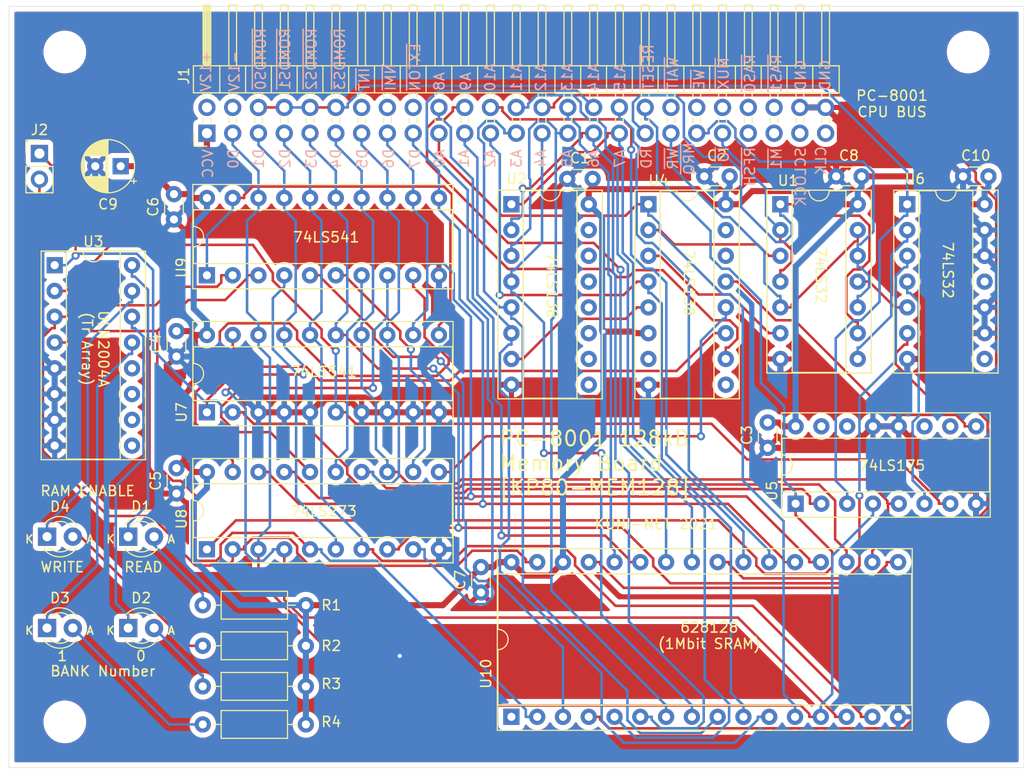
<source format=kicad_pcb>
(kicad_pcb (version 20171130) (host pcbnew "(5.1.4-0-10_14)")
  (layers (0 F.Cu signal) (31 B.Cu signal) (34 B.Paste user) (35 F.Paste user) (36 B.SilkS user) (37 F.SilkS user) (38 B.Mask user) (39 F.Mask user) (44 Edge.Cuts user))
  (net 0 "")
  (net 1 VCC)
  (net 2 GND)
  (net 3 "Net-(D1-Pad2)")
  (net 4 "Net-(D1-Pad1)")
  (net 5 "Net-(D2-Pad2)")
  (net 6 "Net-(D2-Pad1)")
  (net 7 "Net-(D3-Pad2)")
  (net 8 "Net-(D3-Pad1)")
  (net 9 "Net-(D4-Pad2)")
  (net 10 "Net-(D4-Pad1)")
  (net 11 /~IOREQ)
  (net 12 /~MREQ)
  (net 13 /~WR)
  (net 14 /~RESET)
  (net 15 /~RD)
  (net 16 /A15)
  (net 17 /A7)
  (net 18 /A14)
  (net 19 /A6)
  (net 20 /A13)
  (net 21 /A5)
  (net 22 /A12)
  (net 23 /A4)
  (net 24 /A11)
  (net 25 /A3)
  (net 26 /A10)
  (net 27 /A2)
  (net 28 /A9)
  (net 29 /A1)
  (net 30 /A8)
  (net 31 /A0)
  (net 32 /D7)
  (net 33 /D6)
  (net 34 /D5)
  (net 35 /~ROMDS0)
  (net 36 /D4)
  (net 37 /D3)
  (net 38 /D2)
  (net 39 /D1)
  (net 40 /D0)
  (net 41 /~IOWR)
  (net 42 /~MWR)
  (net 43 /~IORD)
  (net 44 /~MRD)
  (net 45 "Net-(U2-Pad7)")
  (net 46 /ID1)
  (net 47 /ID0)
  (net 48 /E2-D4)
  (net 49 /E2-D0)
  (net 50 /E2#WR)
  (net 51 /E3#WR)
  (net 52 /E2#RD)
  (net 53 /E3#RD)
  (net 54 "Net-(U5-Pad6)")
  (net 55 /~RAMWR)
  (net 56 /~RAMRD)
  (net 57 /ID7)
  (net 58 /ID3)
  (net 59 /ID6)
  (net 60 /ID2)
  (net 61 /ID5)
  (net 62 /ID4)
  (module Connector_PinHeader_2.54mm:PinHeader_1x02_P2.54mm_Vertical (layer F.Cu) (at 99 68.5)
    (fp_text reference J2 (at 0 -2.33) (layer F.SilkS))
    (fp_text value MEM-CON)
    (pad 2 thru_hole oval (at 0 2.54) (size 1.7 1.7) (drill 1) (layers *.Cu *.Mask) (net 49 /E2-D0))
    (pad 1 thru_hole rect (at 0 0) (size 1.7 1.7) (drill 1) (layers *.Cu *.Mask) (net 48 /E2-D4))
  )
  (module Package_DIP:DIP-32_W15.24mm_Socket (layer F.Cu) (at 145.5 124 90)
    (fp_text reference U10 (at 4.25 -2.5 90) (layer F.SilkS))
    (fp_text value 628128)
    (pad 32 thru_hole oval (at 15.24 0 90) (size 1.6 1.6) (drill 0.8) (layers *.Cu *.Mask) (net 1 VCC))
    (pad 16 thru_hole oval (at 0 38.1 90) (size 1.6 1.6) (drill 0.8) (layers *.Cu *.Mask) (net 2 GND))
    (pad 31 thru_hole oval (at 15.24 2.54 90) (size 1.6 1.6) (drill 0.8) (layers *.Cu *.Mask) (net 47 /ID0))
    (pad 15 thru_hole oval (at 0 35.56 90) (size 1.6 1.6) (drill 0.8) (layers *.Cu *.Mask) (net 38 /D2))
    (pad 30 thru_hole oval (at 15.24 5.08 90) (size 1.6 1.6) (drill 0.8) (layers *.Cu *.Mask) (net 1 VCC))
    (pad 14 thru_hole oval (at 0 33.02 90) (size 1.6 1.6) (drill 0.8) (layers *.Cu *.Mask) (net 39 /D1))
    (pad 29 thru_hole oval (at 15.24 7.62 90) (size 1.6 1.6) (drill 0.8) (layers *.Cu *.Mask) (net 55 /~RAMWR))
    (pad 13 thru_hole oval (at 0 30.48 90) (size 1.6 1.6) (drill 0.8) (layers *.Cu *.Mask) (net 40 /D0))
    (pad 28 thru_hole oval (at 15.24 10.16 90) (size 1.6 1.6) (drill 0.8) (layers *.Cu *.Mask) (net 20 /A13))
    (pad 12 thru_hole oval (at 0 27.94 90) (size 1.6 1.6) (drill 0.8) (layers *.Cu *.Mask) (net 31 /A0))
    (pad 27 thru_hole oval (at 15.24 12.7 90) (size 1.6 1.6) (drill 0.8) (layers *.Cu *.Mask) (net 30 /A8))
    (pad 11 thru_hole oval (at 0 25.4 90) (size 1.6 1.6) (drill 0.8) (layers *.Cu *.Mask) (net 29 /A1))
    (pad 26 thru_hole oval (at 15.24 15.24 90) (size 1.6 1.6) (drill 0.8) (layers *.Cu *.Mask) (net 28 /A9))
    (pad 10 thru_hole oval (at 0 22.86 90) (size 1.6 1.6) (drill 0.8) (layers *.Cu *.Mask) (net 27 /A2))
    (pad 25 thru_hole oval (at 15.24 17.78 90) (size 1.6 1.6) (drill 0.8) (layers *.Cu *.Mask) (net 24 /A11))
    (pad 9 thru_hole oval (at 0 20.32 90) (size 1.6 1.6) (drill 0.8) (layers *.Cu *.Mask) (net 25 /A3))
    (pad 24 thru_hole oval (at 15.24 20.32 90) (size 1.6 1.6) (drill 0.8) (layers *.Cu *.Mask) (net 56 /~RAMRD))
    (pad 8 thru_hole oval (at 0 17.78 90) (size 1.6 1.6) (drill 0.8) (layers *.Cu *.Mask) (net 23 /A4))
    (pad 23 thru_hole oval (at 15.24 22.86 90) (size 1.6 1.6) (drill 0.8) (layers *.Cu *.Mask) (net 26 /A10))
    (pad 7 thru_hole oval (at 0 15.24 90) (size 1.6 1.6) (drill 0.8) (layers *.Cu *.Mask) (net 21 /A5))
    (pad 22 thru_hole oval (at 15.24 25.4 90) (size 1.6 1.6) (drill 0.8) (layers *.Cu *.Mask) (net 16 /A15))
    (pad 6 thru_hole oval (at 0 12.7 90) (size 1.6 1.6) (drill 0.8) (layers *.Cu *.Mask) (net 19 /A6))
    (pad 21 thru_hole oval (at 15.24 27.94 90) (size 1.6 1.6) (drill 0.8) (layers *.Cu *.Mask) (net 32 /D7))
    (pad 5 thru_hole oval (at 0 10.16 90) (size 1.6 1.6) (drill 0.8) (layers *.Cu *.Mask) (net 17 /A7))
    (pad 20 thru_hole oval (at 15.24 30.48 90) (size 1.6 1.6) (drill 0.8) (layers *.Cu *.Mask) (net 33 /D6))
    (pad 4 thru_hole oval (at 0 7.62 90) (size 1.6 1.6) (drill 0.8) (layers *.Cu *.Mask) (net 22 /A12))
    (pad 19 thru_hole oval (at 15.24 33.02 90) (size 1.6 1.6) (drill 0.8) (layers *.Cu *.Mask) (net 34 /D5))
    (pad 3 thru_hole oval (at 0 5.08 90) (size 1.6 1.6) (drill 0.8) (layers *.Cu *.Mask) (net 18 /A14))
    (pad 18 thru_hole oval (at 15.24 35.56 90) (size 1.6 1.6) (drill 0.8) (layers *.Cu *.Mask) (net 36 /D4))
    (pad 2 thru_hole oval (at 0 2.54 90) (size 1.6 1.6) (drill 0.8) (layers *.Cu *.Mask) (net 46 /ID1))
    (pad 17 thru_hole oval (at 15.24 38.1 90) (size 1.6 1.6) (drill 0.8) (layers *.Cu *.Mask) (net 37 /D3))
    (pad 1 thru_hole rect (at 0 0 90) (size 1.6 1.6) (drill 0.8) (layers *.Cu *.Mask))
  )
  (module Package_DIP:DIP-20_W7.62mm_Socket (layer F.Cu) (at 115.5 80.5 90)
    (fp_text reference U9 (at 0.75 -2.5 90) (layer F.SilkS))
    (fp_text value 74LS541)
    (pad 20 thru_hole oval (at 7.62 0 90) (size 1.6 1.6) (drill 0.8) (layers *.Cu *.Mask) (net 1 VCC))
    (pad 10 thru_hole oval (at 0 22.86 90) (size 1.6 1.6) (drill 0.8) (layers *.Cu *.Mask) (net 2 GND))
    (pad 19 thru_hole oval (at 7.62 2.54 90) (size 1.6 1.6) (drill 0.8) (layers *.Cu *.Mask) (net 53 /E3#RD))
    (pad 9 thru_hole oval (at 0 20.32 90) (size 1.6 1.6) (drill 0.8) (layers *.Cu *.Mask) (net 57 /ID7))
    (pad 18 thru_hole oval (at 7.62 5.08 90) (size 1.6 1.6) (drill 0.8) (layers *.Cu *.Mask) (net 40 /D0))
    (pad 8 thru_hole oval (at 0 17.78 90) (size 1.6 1.6) (drill 0.8) (layers *.Cu *.Mask) (net 59 /ID6))
    (pad 17 thru_hole oval (at 7.62 7.62 90) (size 1.6 1.6) (drill 0.8) (layers *.Cu *.Mask) (net 39 /D1))
    (pad 7 thru_hole oval (at 0 15.24 90) (size 1.6 1.6) (drill 0.8) (layers *.Cu *.Mask) (net 61 /ID5))
    (pad 16 thru_hole oval (at 7.62 10.16 90) (size 1.6 1.6) (drill 0.8) (layers *.Cu *.Mask) (net 38 /D2))
    (pad 6 thru_hole oval (at 0 12.7 90) (size 1.6 1.6) (drill 0.8) (layers *.Cu *.Mask) (net 62 /ID4))
    (pad 15 thru_hole oval (at 7.62 12.7 90) (size 1.6 1.6) (drill 0.8) (layers *.Cu *.Mask) (net 37 /D3))
    (pad 5 thru_hole oval (at 0 10.16 90) (size 1.6 1.6) (drill 0.8) (layers *.Cu *.Mask) (net 58 /ID3))
    (pad 14 thru_hole oval (at 7.62 15.24 90) (size 1.6 1.6) (drill 0.8) (layers *.Cu *.Mask) (net 36 /D4))
    (pad 4 thru_hole oval (at 0 7.62 90) (size 1.6 1.6) (drill 0.8) (layers *.Cu *.Mask) (net 60 /ID2))
    (pad 13 thru_hole oval (at 7.62 17.78 90) (size 1.6 1.6) (drill 0.8) (layers *.Cu *.Mask) (net 34 /D5))
    (pad 3 thru_hole oval (at 0 5.08 90) (size 1.6 1.6) (drill 0.8) (layers *.Cu *.Mask) (net 46 /ID1))
    (pad 12 thru_hole oval (at 7.62 20.32 90) (size 1.6 1.6) (drill 0.8) (layers *.Cu *.Mask) (net 33 /D6))
    (pad 2 thru_hole oval (at 0 2.54 90) (size 1.6 1.6) (drill 0.8) (layers *.Cu *.Mask) (net 47 /ID0))
    (pad 11 thru_hole oval (at 7.62 22.86 90) (size 1.6 1.6) (drill 0.8) (layers *.Cu *.Mask) (net 32 /D7))
    (pad 1 thru_hole rect (at 0 0 90) (size 1.6 1.6) (drill 0.8) (layers *.Cu *.Mask) (net 53 /E3#RD))
  )
  (module Package_DIP:DIP-20_W7.62mm_Socket (layer F.Cu) (at 115.5 107.5 90)
    (fp_text reference U8 (at 3 -2.5 90) (layer F.SilkS))
    (fp_text value 74LS273)
    (pad 20 thru_hole oval (at 7.62 0 90) (size 1.6 1.6) (drill 0.8) (layers *.Cu *.Mask) (net 1 VCC))
    (pad 10 thru_hole oval (at 0 22.86 90) (size 1.6 1.6) (drill 0.8) (layers *.Cu *.Mask) (net 2 GND))
    (pad 19 thru_hole oval (at 7.62 2.54 90) (size 1.6 1.6) (drill 0.8) (layers *.Cu *.Mask) (net 57 /ID7))
    (pad 9 thru_hole oval (at 0 20.32 90) (size 1.6 1.6) (drill 0.8) (layers *.Cu *.Mask) (net 58 /ID3))
    (pad 18 thru_hole oval (at 7.62 5.08 90) (size 1.6 1.6) (drill 0.8) (layers *.Cu *.Mask) (net 32 /D7))
    (pad 8 thru_hole oval (at 0 17.78 90) (size 1.6 1.6) (drill 0.8) (layers *.Cu *.Mask) (net 37 /D3))
    (pad 17 thru_hole oval (at 7.62 7.62 90) (size 1.6 1.6) (drill 0.8) (layers *.Cu *.Mask) (net 33 /D6))
    (pad 7 thru_hole oval (at 0 15.24 90) (size 1.6 1.6) (drill 0.8) (layers *.Cu *.Mask) (net 38 /D2))
    (pad 16 thru_hole oval (at 7.62 10.16 90) (size 1.6 1.6) (drill 0.8) (layers *.Cu *.Mask) (net 59 /ID6))
    (pad 6 thru_hole oval (at 0 12.7 90) (size 1.6 1.6) (drill 0.8) (layers *.Cu *.Mask) (net 60 /ID2))
    (pad 15 thru_hole oval (at 7.62 12.7 90) (size 1.6 1.6) (drill 0.8) (layers *.Cu *.Mask) (net 61 /ID5))
    (pad 5 thru_hole oval (at 0 10.16 90) (size 1.6 1.6) (drill 0.8) (layers *.Cu *.Mask) (net 46 /ID1))
    (pad 14 thru_hole oval (at 7.62 15.24 90) (size 1.6 1.6) (drill 0.8) (layers *.Cu *.Mask) (net 34 /D5))
    (pad 4 thru_hole oval (at 0 7.62 90) (size 1.6 1.6) (drill 0.8) (layers *.Cu *.Mask) (net 39 /D1))
    (pad 13 thru_hole oval (at 7.62 17.78 90) (size 1.6 1.6) (drill 0.8) (layers *.Cu *.Mask) (net 36 /D4))
    (pad 3 thru_hole oval (at 0 5.08 90) (size 1.6 1.6) (drill 0.8) (layers *.Cu *.Mask) (net 40 /D0))
    (pad 12 thru_hole oval (at 7.62 20.32 90) (size 1.6 1.6) (drill 0.8) (layers *.Cu *.Mask) (net 62 /ID4))
    (pad 2 thru_hole oval (at 0 2.54 90) (size 1.6 1.6) (drill 0.8) (layers *.Cu *.Mask) (net 47 /ID0))
    (pad 11 thru_hole oval (at 7.62 22.86 90) (size 1.6 1.6) (drill 0.8) (layers *.Cu *.Mask) (net 51 /E3#WR))
    (pad 1 thru_hole rect (at 0 0 90) (size 1.6 1.6) (drill 0.8) (layers *.Cu *.Mask) (net 14 /~RESET))
  )
  (module Package_DIP:DIP-20_W7.62mm_Socket (layer F.Cu) (at 115.5 94 90)
    (fp_text reference U7 (at 0 -2.5 90) (layer F.SilkS))
    (fp_text value 74LS541)
    (pad 20 thru_hole oval (at 7.62 0 90) (size 1.6 1.6) (drill 0.8) (layers *.Cu *.Mask) (net 1 VCC))
    (pad 10 thru_hole oval (at 0 22.86 90) (size 1.6 1.6) (drill 0.8) (layers *.Cu *.Mask) (net 2 GND))
    (pad 19 thru_hole oval (at 7.62 2.54 90) (size 1.6 1.6) (drill 0.8) (layers *.Cu *.Mask) (net 52 /E2#RD))
    (pad 9 thru_hole oval (at 0 20.32 90) (size 1.6 1.6) (drill 0.8) (layers *.Cu *.Mask) (net 2 GND))
    (pad 18 thru_hole oval (at 7.62 5.08 90) (size 1.6 1.6) (drill 0.8) (layers *.Cu *.Mask) (net 40 /D0))
    (pad 8 thru_hole oval (at 0 17.78 90) (size 1.6 1.6) (drill 0.8) (layers *.Cu *.Mask) (net 2 GND))
    (pad 17 thru_hole oval (at 7.62 7.62 90) (size 1.6 1.6) (drill 0.8) (layers *.Cu *.Mask) (net 39 /D1))
    (pad 7 thru_hole oval (at 0 15.24 90) (size 1.6 1.6) (drill 0.8) (layers *.Cu *.Mask) (net 2 GND))
    (pad 16 thru_hole oval (at 7.62 10.16 90) (size 1.6 1.6) (drill 0.8) (layers *.Cu *.Mask) (net 38 /D2))
    (pad 6 thru_hole oval (at 0 12.7 90) (size 1.6 1.6) (drill 0.8) (layers *.Cu *.Mask) (net 48 /E2-D4))
    (pad 15 thru_hole oval (at 7.62 12.7 90) (size 1.6 1.6) (drill 0.8) (layers *.Cu *.Mask) (net 37 /D3))
    (pad 5 thru_hole oval (at 0 10.16 90) (size 1.6 1.6) (drill 0.8) (layers *.Cu *.Mask) (net 2 GND))
    (pad 14 thru_hole oval (at 7.62 15.24 90) (size 1.6 1.6) (drill 0.8) (layers *.Cu *.Mask) (net 36 /D4))
    (pad 4 thru_hole oval (at 0 7.62 90) (size 1.6 1.6) (drill 0.8) (layers *.Cu *.Mask) (net 2 GND))
    (pad 13 thru_hole oval (at 7.62 17.78 90) (size 1.6 1.6) (drill 0.8) (layers *.Cu *.Mask) (net 34 /D5))
    (pad 3 thru_hole oval (at 0 5.08 90) (size 1.6 1.6) (drill 0.8) (layers *.Cu *.Mask) (net 2 GND))
    (pad 12 thru_hole oval (at 7.62 20.32 90) (size 1.6 1.6) (drill 0.8) (layers *.Cu *.Mask) (net 33 /D6))
    (pad 2 thru_hole oval (at 0 2.54 90) (size 1.6 1.6) (drill 0.8) (layers *.Cu *.Mask) (net 49 /E2-D0))
    (pad 11 thru_hole oval (at 7.62 22.86 90) (size 1.6 1.6) (drill 0.8) (layers *.Cu *.Mask) (net 32 /D7))
    (pad 1 thru_hole rect (at 0 0 90) (size 1.6 1.6) (drill 0.8) (layers *.Cu *.Mask) (net 52 /E2#RD))
  )
  (module Package_DIP:DIP-14_W7.62mm_Socket (layer F.Cu) (at 184.5 73.5)
    (fp_text reference U6 (at 0.75 -2.5) (layer F.SilkS))
    (fp_text value 74LS32)
    (pad 14 thru_hole oval (at 7.62 0) (size 1.6 1.6) (drill 0.8) (layers *.Cu *.Mask) (net 1 VCC))
    (pad 7 thru_hole oval (at 0 15.24) (size 1.6 1.6) (drill 0.8) (layers *.Cu *.Mask) (net 2 GND))
    (pad 13 thru_hole oval (at 7.62 2.54) (size 1.6 1.6) (drill 0.8) (layers *.Cu *.Mask) (net 2 GND))
    (pad 6 thru_hole oval (at 0 12.7) (size 1.6 1.6) (drill 0.8) (layers *.Cu *.Mask) (net 55 /~RAMWR))
    (pad 12 thru_hole oval (at 7.62 5.08) (size 1.6 1.6) (drill 0.8) (layers *.Cu *.Mask) (net 2 GND))
    (pad 5 thru_hole oval (at 0 10.16) (size 1.6 1.6) (drill 0.8) (layers *.Cu *.Mask) (net 42 /~MWR))
    (pad 11 thru_hole oval (at 7.62 7.62) (size 1.6 1.6) (drill 0.8) (layers *.Cu *.Mask))
    (pad 4 thru_hole oval (at 0 7.62) (size 1.6 1.6) (drill 0.8) (layers *.Cu *.Mask) (net 54 "Net-(U5-Pad6)"))
    (pad 10 thru_hole oval (at 7.62 10.16) (size 1.6 1.6) (drill 0.8) (layers *.Cu *.Mask) (net 2 GND))
    (pad 3 thru_hole oval (at 0 5.08) (size 1.6 1.6) (drill 0.8) (layers *.Cu *.Mask) (net 56 /~RAMRD))
    (pad 9 thru_hole oval (at 7.62 12.7) (size 1.6 1.6) (drill 0.8) (layers *.Cu *.Mask) (net 2 GND))
    (pad 2 thru_hole oval (at 0 2.54) (size 1.6 1.6) (drill 0.8) (layers *.Cu *.Mask) (net 44 /~MRD))
    (pad 8 thru_hole oval (at 7.62 15.24) (size 1.6 1.6) (drill 0.8) (layers *.Cu *.Mask))
    (pad 1 thru_hole rect (at 0 0) (size 1.6 1.6) (drill 0.8) (layers *.Cu *.Mask) (net 35 /~ROMDS0))
  )
  (module Package_DIP:DIP-16_W7.62mm_Socket (layer F.Cu) (at 173.5 103 90)
    (fp_text reference U5 (at 1.25 -2.33 90) (layer F.SilkS))
    (fp_text value 74LS175)
    (pad 16 thru_hole oval (at 7.62 0 90) (size 1.6 1.6) (drill 0.8) (layers *.Cu *.Mask) (net 1 VCC))
    (pad 8 thru_hole oval (at 0 17.78 90) (size 1.6 1.6) (drill 0.8) (layers *.Cu *.Mask) (net 2 GND))
    (pad 15 thru_hole oval (at 7.62 2.54 90) (size 1.6 1.6) (drill 0.8) (layers *.Cu *.Mask))
    (pad 7 thru_hole oval (at 0 15.24 90) (size 1.6 1.6) (drill 0.8) (layers *.Cu *.Mask) (net 48 /E2-D4))
    (pad 14 thru_hole oval (at 7.62 5.08 90) (size 1.6 1.6) (drill 0.8) (layers *.Cu *.Mask))
    (pad 6 thru_hole oval (at 0 12.7 90) (size 1.6 1.6) (drill 0.8) (layers *.Cu *.Mask) (net 54 "Net-(U5-Pad6)"))
    (pad 13 thru_hole oval (at 7.62 7.62 90) (size 1.6 1.6) (drill 0.8) (layers *.Cu *.Mask) (net 2 GND))
    (pad 5 thru_hole oval (at 0 10.16 90) (size 1.6 1.6) (drill 0.8) (layers *.Cu *.Mask) (net 36 /D4))
    (pad 12 thru_hole oval (at 7.62 10.16 90) (size 1.6 1.6) (drill 0.8) (layers *.Cu *.Mask) (net 2 GND))
    (pad 4 thru_hole oval (at 0 7.62 90) (size 1.6 1.6) (drill 0.8) (layers *.Cu *.Mask) (net 40 /D0))
    (pad 11 thru_hole oval (at 7.62 12.7 90) (size 1.6 1.6) (drill 0.8) (layers *.Cu *.Mask))
    (pad 3 thru_hole oval (at 0 5.08 90) (size 1.6 1.6) (drill 0.8) (layers *.Cu *.Mask) (net 35 /~ROMDS0))
    (pad 10 thru_hole oval (at 7.62 15.24 90) (size 1.6 1.6) (drill 0.8) (layers *.Cu *.Mask))
    (pad 2 thru_hole oval (at 0 2.54 90) (size 1.6 1.6) (drill 0.8) (layers *.Cu *.Mask) (net 49 /E2-D0))
    (pad 9 thru_hole oval (at 7.62 17.78 90) (size 1.6 1.6) (drill 0.8) (layers *.Cu *.Mask) (net 50 /E2#WR))
    (pad 1 thru_hole rect (at 0 0 90) (size 1.6 1.6) (drill 0.8) (layers *.Cu *.Mask) (net 14 /~RESET))
  )
  (module Package_DIP:DIP-16_W7.62mm_Socket (layer F.Cu) (at 159 73.5)
    (fp_text reference U4 (at 1 -2.33) (layer F.SilkS))
    (fp_text value 74LS138)
    (pad 16 thru_hole oval (at 7.62 0) (size 1.6 1.6) (drill 0.8) (layers *.Cu *.Mask) (net 1 VCC))
    (pad 8 thru_hole oval (at 0 17.78) (size 1.6 1.6) (drill 0.8) (layers *.Cu *.Mask) (net 2 GND))
    (pad 15 thru_hole oval (at 7.62 2.54) (size 1.6 1.6) (drill 0.8) (layers *.Cu *.Mask))
    (pad 7 thru_hole oval (at 0 15.24) (size 1.6 1.6) (drill 0.8) (layers *.Cu *.Mask))
    (pad 14 thru_hole oval (at 7.62 5.08) (size 1.6 1.6) (drill 0.8) (layers *.Cu *.Mask))
    (pad 6 thru_hole oval (at 0 12.7) (size 1.6 1.6) (drill 0.8) (layers *.Cu *.Mask) (net 1 VCC))
    (pad 13 thru_hole oval (at 7.62 7.62) (size 1.6 1.6) (drill 0.8) (layers *.Cu *.Mask) (net 50 /E2#WR))
    (pad 5 thru_hole oval (at 0 10.16) (size 1.6 1.6) (drill 0.8) (layers *.Cu *.Mask) (net 45 "Net-(U2-Pad7)"))
    (pad 12 thru_hole oval (at 7.62 10.16) (size 1.6 1.6) (drill 0.8) (layers *.Cu *.Mask) (net 51 /E3#WR))
    (pad 4 thru_hole oval (at 0 7.62) (size 1.6 1.6) (drill 0.8) (layers *.Cu *.Mask) (net 27 /A2))
    (pad 11 thru_hole oval (at 7.62 12.7) (size 1.6 1.6) (drill 0.8) (layers *.Cu *.Mask) (net 52 /E2#RD))
    (pad 3 thru_hole oval (at 0 5.08) (size 1.6 1.6) (drill 0.8) (layers *.Cu *.Mask) (net 41 /~IOWR))
    (pad 10 thru_hole oval (at 7.62 15.24) (size 1.6 1.6) (drill 0.8) (layers *.Cu *.Mask) (net 53 /E3#RD))
    (pad 2 thru_hole oval (at 0 2.54) (size 1.6 1.6) (drill 0.8) (layers *.Cu *.Mask) (net 43 /~IORD))
    (pad 9 thru_hole oval (at 7.62 17.78) (size 1.6 1.6) (drill 0.8) (layers *.Cu *.Mask))
    (pad 1 thru_hole rect (at 0 0) (size 1.6 1.6) (drill 0.8) (layers *.Cu *.Mask) (net 31 /A0))
  )
  (module Package_DIP:DIP-16_W7.62mm_Socket (layer F.Cu) (at 100.5 79.5)
    (fp_text reference U3 (at 3.81 -2.33) (layer F.SilkS))
    (fp_text value ULN2003A)
    (pad 16 thru_hole oval (at 7.62 0) (size 1.6 1.6) (drill 0.8) (layers *.Cu *.Mask) (net 4 "Net-(D1-Pad1)"))
    (pad 8 thru_hole oval (at 0 17.78) (size 1.6 1.6) (drill 0.8) (layers *.Cu *.Mask) (net 2 GND))
    (pad 15 thru_hole oval (at 7.62 2.54) (size 1.6 1.6) (drill 0.8) (layers *.Cu *.Mask) (net 10 "Net-(D4-Pad1)"))
    (pad 7 thru_hole oval (at 0 15.24) (size 1.6 1.6) (drill 0.8) (layers *.Cu *.Mask) (net 2 GND))
    (pad 14 thru_hole oval (at 7.62 5.08) (size 1.6 1.6) (drill 0.8) (layers *.Cu *.Mask) (net 6 "Net-(D2-Pad1)"))
    (pad 6 thru_hole oval (at 0 12.7) (size 1.6 1.6) (drill 0.8) (layers *.Cu *.Mask) (net 2 GND))
    (pad 13 thru_hole oval (at 7.62 7.62) (size 1.6 1.6) (drill 0.8) (layers *.Cu *.Mask) (net 8 "Net-(D3-Pad1)"))
    (pad 5 thru_hole oval (at 0 10.16) (size 1.6 1.6) (drill 0.8) (layers *.Cu *.Mask) (net 2 GND))
    (pad 12 thru_hole oval (at 7.62 10.16) (size 1.6 1.6) (drill 0.8) (layers *.Cu *.Mask))
    (pad 4 thru_hole oval (at 0 7.62) (size 1.6 1.6) (drill 0.8) (layers *.Cu *.Mask) (net 46 /ID1))
    (pad 11 thru_hole oval (at 7.62 12.7) (size 1.6 1.6) (drill 0.8) (layers *.Cu *.Mask))
    (pad 3 thru_hole oval (at 0 5.08) (size 1.6 1.6) (drill 0.8) (layers *.Cu *.Mask) (net 47 /ID0))
    (pad 10 thru_hole oval (at 7.62 15.24) (size 1.6 1.6) (drill 0.8) (layers *.Cu *.Mask))
    (pad 2 thru_hole oval (at 0 2.54) (size 1.6 1.6) (drill 0.8) (layers *.Cu *.Mask) (net 48 /E2-D4))
    (pad 9 thru_hole oval (at 7.62 17.78) (size 1.6 1.6) (drill 0.8) (layers *.Cu *.Mask))
    (pad 1 thru_hole rect (at 0 0) (size 1.6 1.6) (drill 0.8) (layers *.Cu *.Mask) (net 49 /E2-D0))
  )
  (module Package_DIP:DIP-16_W7.62mm_Socket (layer F.Cu) (at 145.5 73.5)
    (fp_text reference U2 (at 0.5 -2.5) (layer F.SilkS))
    (fp_text value 74LS138)
    (pad 16 thru_hole oval (at 7.62 0) (size 1.6 1.6) (drill 0.8) (layers *.Cu *.Mask) (net 1 VCC))
    (pad 8 thru_hole oval (at 0 17.78) (size 1.6 1.6) (drill 0.8) (layers *.Cu *.Mask) (net 2 GND))
    (pad 15 thru_hole oval (at 7.62 2.54) (size 1.6 1.6) (drill 0.8) (layers *.Cu *.Mask))
    (pad 7 thru_hole oval (at 0 15.24) (size 1.6 1.6) (drill 0.8) (layers *.Cu *.Mask) (net 45 "Net-(U2-Pad7)"))
    (pad 14 thru_hole oval (at 7.62 5.08) (size 1.6 1.6) (drill 0.8) (layers *.Cu *.Mask))
    (pad 6 thru_hole oval (at 0 12.7) (size 1.6 1.6) (drill 0.8) (layers *.Cu *.Mask) (net 29 /A1))
    (pad 13 thru_hole oval (at 7.62 7.62) (size 1.6 1.6) (drill 0.8) (layers *.Cu *.Mask))
    (pad 5 thru_hole oval (at 0 10.16) (size 1.6 1.6) (drill 0.8) (layers *.Cu *.Mask) (net 25 /A3))
    (pad 12 thru_hole oval (at 7.62 10.16) (size 1.6 1.6) (drill 0.8) (layers *.Cu *.Mask))
    (pad 4 thru_hole oval (at 0 7.62) (size 1.6 1.6) (drill 0.8) (layers *.Cu *.Mask) (net 23 /A4))
    (pad 11 thru_hole oval (at 7.62 12.7) (size 1.6 1.6) (drill 0.8) (layers *.Cu *.Mask))
    (pad 3 thru_hole oval (at 0 5.08) (size 1.6 1.6) (drill 0.8) (layers *.Cu *.Mask) (net 21 /A5))
    (pad 10 thru_hole oval (at 7.62 15.24) (size 1.6 1.6) (drill 0.8) (layers *.Cu *.Mask))
    (pad 2 thru_hole oval (at 0 2.54) (size 1.6 1.6) (drill 0.8) (layers *.Cu *.Mask) (net 19 /A6))
    (pad 9 thru_hole oval (at 7.62 17.78) (size 1.6 1.6) (drill 0.8) (layers *.Cu *.Mask))
    (pad 1 thru_hole rect (at 0 0) (size 1.6 1.6) (drill 0.8) (layers *.Cu *.Mask) (net 17 /A7))
  )
  (module Package_DIP:DIP-14_W7.62mm_Socket (layer F.Cu) (at 172 73.5)
    (fp_text reference U1 (at 0.75 -2.33) (layer F.SilkS))
    (fp_text value 74LS32)
    (pad 14 thru_hole oval (at 7.62 0) (size 1.6 1.6) (drill 0.8) (layers *.Cu *.Mask) (net 1 VCC))
    (pad 7 thru_hole oval (at 0 15.24) (size 1.6 1.6) (drill 0.8) (layers *.Cu *.Mask) (net 2 GND))
    (pad 13 thru_hole oval (at 7.62 2.54) (size 1.6 1.6) (drill 0.8) (layers *.Cu *.Mask) (net 13 /~WR))
    (pad 6 thru_hole oval (at 0 12.7) (size 1.6 1.6) (drill 0.8) (layers *.Cu *.Mask) (net 41 /~IOWR))
    (pad 12 thru_hole oval (at 7.62 5.08) (size 1.6 1.6) (drill 0.8) (layers *.Cu *.Mask) (net 12 /~MREQ))
    (pad 5 thru_hole oval (at 0 10.16) (size 1.6 1.6) (drill 0.8) (layers *.Cu *.Mask) (net 13 /~WR))
    (pad 11 thru_hole oval (at 7.62 7.62) (size 1.6 1.6) (drill 0.8) (layers *.Cu *.Mask) (net 42 /~MWR))
    (pad 4 thru_hole oval (at 0 7.62) (size 1.6 1.6) (drill 0.8) (layers *.Cu *.Mask) (net 11 /~IOREQ))
    (pad 10 thru_hole oval (at 7.62 10.16) (size 1.6 1.6) (drill 0.8) (layers *.Cu *.Mask) (net 12 /~MREQ))
    (pad 3 thru_hole oval (at 0 5.08) (size 1.6 1.6) (drill 0.8) (layers *.Cu *.Mask) (net 43 /~IORD))
    (pad 9 thru_hole oval (at 7.62 12.7) (size 1.6 1.6) (drill 0.8) (layers *.Cu *.Mask) (net 15 /~RD))
    (pad 2 thru_hole oval (at 0 2.54) (size 1.6 1.6) (drill 0.8) (layers *.Cu *.Mask) (net 11 /~IOREQ))
    (pad 8 thru_hole oval (at 7.62 15.24) (size 1.6 1.6) (drill 0.8) (layers *.Cu *.Mask) (net 44 /~MRD))
    (pad 1 thru_hole rect (at 0 0) (size 1.6 1.6) (drill 0.8) (layers *.Cu *.Mask) (net 15 /~RD))
  )
  (module Resistor_THT:R_Axial_DIN0207_L6.3mm_D2.5mm_P10.16mm_Horizontal (layer F.Cu) (at 125.25 124.75 180)
    (fp_text reference R4 (at -2.5 0.25) (layer F.SilkS))
    (fp_text value 1k)
    (pad 2 thru_hole oval (at 10.16 0 180) (size 1.6 1.6) (drill 0.8) (layers *.Cu *.Mask) (net 7 "Net-(D3-Pad2)"))
    (pad 1 thru_hole circle (at 0 0 180) (size 1.6 1.6) (drill 0.8) (layers *.Cu *.Mask) (net 1 VCC))
  )
  (module Resistor_THT:R_Axial_DIN0207_L6.3mm_D2.5mm_P10.16mm_Horizontal (layer F.Cu) (at 125.25 121 180)
    (fp_text reference R3 (at -2.5 0.25) (layer F.SilkS))
    (fp_text value 1k)
    (pad 2 thru_hole oval (at 10.16 0 180) (size 1.6 1.6) (drill 0.8) (layers *.Cu *.Mask) (net 5 "Net-(D2-Pad2)"))
    (pad 1 thru_hole circle (at 0 0 180) (size 1.6 1.6) (drill 0.8) (layers *.Cu *.Mask) (net 1 VCC))
  )
  (module Resistor_THT:R_Axial_DIN0207_L6.3mm_D2.5mm_P10.16mm_Horizontal (layer F.Cu) (at 125.25 117 180)
    (fp_text reference R2 (at -2.5 0) (layer F.SilkS))
    (fp_text value 1k)
    (pad 2 thru_hole oval (at 10.16 0 180) (size 1.6 1.6) (drill 0.8) (layers *.Cu *.Mask) (net 9 "Net-(D4-Pad2)"))
    (pad 1 thru_hole circle (at 0 0 180) (size 1.6 1.6) (drill 0.8) (layers *.Cu *.Mask) (net 1 VCC))
  )
  (module Resistor_THT:R_Axial_DIN0207_L6.3mm_D2.5mm_P10.16mm_Horizontal (layer F.Cu) (at 125.25 113 180)
    (fp_text reference R1 (at -2.5 0) (layer F.SilkS))
    (fp_text value 1k)
    (pad 2 thru_hole oval (at 10.16 0 180) (size 1.6 1.6) (drill 0.8) (layers *.Cu *.Mask) (net 3 "Net-(D1-Pad2)"))
    (pad 1 thru_hole circle (at 0 0 180) (size 1.6 1.6) (drill 0.8) (layers *.Cu *.Mask) (net 1 VCC))
  )
  (module MountingHole:MountingHole_3.2mm_M3 (layer F.Cu) (at 190.5 124.5)
    (fp_text reference MH4 hide)
    (fp_text value MountingHole)
    (pad 1 np_thru_hole circle (at 0 0) (size 3.2 3.2) (drill 3.2) (layers *.Cu *.Mask))
  )
  (module MountingHole:MountingHole_3.2mm_M3 (layer F.Cu) (at 101.5 124.5)
    (fp_text reference MH3 hide)
    (fp_text value MountingHole)
    (pad 1 np_thru_hole circle (at 0 0) (size 3.2 3.2) (drill 3.2) (layers *.Cu *.Mask))
  )
  (module MountingHole:MountingHole_3.2mm_M3 (layer F.Cu) (at 190.5 58.5)
    (fp_text reference MH2 hide)
    (fp_text value MountingHole)
    (pad 1 np_thru_hole circle (at 0 0) (size 3.2 3.2) (drill 3.2) (layers *.Cu *.Mask))
  )
  (module MountingHole:MountingHole_3.2mm_M3 (layer F.Cu) (at 101.5 58.5)
    (fp_text reference MH1 hide)
    (fp_text value MountingHole)
    (pad 1 np_thru_hole circle (at 0 0) (size 3.2 3.2) (drill 3.2) (layers *.Cu *.Mask))
  )
  (module Connector_PinHeader_2.54mm:PinHeader_2x25_P2.54mm_Horizontal (layer F.Cu) (at 115.5 66.5 90)
    (fp_text reference J1 (at 5.655 -2.27 90) (layer F.SilkS))
    (fp_text value "PC-8001 ext BUS")
    (pad 50 thru_hole oval (at 2.54 60.96 90) (size 1.7 1.7) (drill 1) (layers *.Cu *.Mask) (net 2 GND))
    (pad 49 thru_hole oval (at 0 60.96 90) (size 1.7 1.7) (drill 1) (layers *.Cu *.Mask))
    (pad 48 thru_hole oval (at 2.54 58.42 90) (size 1.7 1.7) (drill 1) (layers *.Cu *.Mask) (net 2 GND))
    (pad 47 thru_hole oval (at 0 58.42 90) (size 1.7 1.7) (drill 1) (layers *.Cu *.Mask))
    (pad 46 thru_hole oval (at 2.54 55.88 90) (size 1.7 1.7) (drill 1) (layers *.Cu *.Mask))
    (pad 45 thru_hole oval (at 0 55.88 90) (size 1.7 1.7) (drill 1) (layers *.Cu *.Mask))
    (pad 44 thru_hole oval (at 2.54 53.34 90) (size 1.7 1.7) (drill 1) (layers *.Cu *.Mask))
    (pad 43 thru_hole oval (at 0 53.34 90) (size 1.7 1.7) (drill 1) (layers *.Cu *.Mask))
    (pad 42 thru_hole oval (at 2.54 50.8 90) (size 1.7 1.7) (drill 1) (layers *.Cu *.Mask))
    (pad 41 thru_hole oval (at 0 50.8 90) (size 1.7 1.7) (drill 1) (layers *.Cu *.Mask) (net 11 /~IOREQ))
    (pad 40 thru_hole oval (at 2.54 48.26 90) (size 1.7 1.7) (drill 1) (layers *.Cu *.Mask))
    (pad 39 thru_hole oval (at 0 48.26 90) (size 1.7 1.7) (drill 1) (layers *.Cu *.Mask) (net 12 /~MREQ))
    (pad 38 thru_hole oval (at 2.54 45.72 90) (size 1.7 1.7) (drill 1) (layers *.Cu *.Mask))
    (pad 37 thru_hole oval (at 0 45.72 90) (size 1.7 1.7) (drill 1) (layers *.Cu *.Mask) (net 13 /~WR))
    (pad 36 thru_hole oval (at 2.54 43.18 90) (size 1.7 1.7) (drill 1) (layers *.Cu *.Mask) (net 14 /~RESET))
    (pad 35 thru_hole oval (at 0 43.18 90) (size 1.7 1.7) (drill 1) (layers *.Cu *.Mask) (net 15 /~RD))
    (pad 34 thru_hole oval (at 2.54 40.64 90) (size 1.7 1.7) (drill 1) (layers *.Cu *.Mask) (net 16 /A15))
    (pad 33 thru_hole oval (at 0 40.64 90) (size 1.7 1.7) (drill 1) (layers *.Cu *.Mask) (net 17 /A7))
    (pad 32 thru_hole oval (at 2.54 38.1 90) (size 1.7 1.7) (drill 1) (layers *.Cu *.Mask) (net 18 /A14))
    (pad 31 thru_hole oval (at 0 38.1 90) (size 1.7 1.7) (drill 1) (layers *.Cu *.Mask) (net 19 /A6))
    (pad 30 thru_hole oval (at 2.54 35.56 90) (size 1.7 1.7) (drill 1) (layers *.Cu *.Mask) (net 20 /A13))
    (pad 29 thru_hole oval (at 0 35.56 90) (size 1.7 1.7) (drill 1) (layers *.Cu *.Mask) (net 21 /A5))
    (pad 28 thru_hole oval (at 2.54 33.02 90) (size 1.7 1.7) (drill 1) (layers *.Cu *.Mask) (net 22 /A12))
    (pad 27 thru_hole oval (at 0 33.02 90) (size 1.7 1.7) (drill 1) (layers *.Cu *.Mask) (net 23 /A4))
    (pad 26 thru_hole oval (at 2.54 30.48 90) (size 1.7 1.7) (drill 1) (layers *.Cu *.Mask) (net 24 /A11))
    (pad 25 thru_hole oval (at 0 30.48 90) (size 1.7 1.7) (drill 1) (layers *.Cu *.Mask) (net 25 /A3))
    (pad 24 thru_hole oval (at 2.54 27.94 90) (size 1.7 1.7) (drill 1) (layers *.Cu *.Mask) (net 26 /A10))
    (pad 23 thru_hole oval (at 0 27.94 90) (size 1.7 1.7) (drill 1) (layers *.Cu *.Mask) (net 27 /A2))
    (pad 22 thru_hole oval (at 2.54 25.4 90) (size 1.7 1.7) (drill 1) (layers *.Cu *.Mask) (net 28 /A9))
    (pad 21 thru_hole oval (at 0 25.4 90) (size 1.7 1.7) (drill 1) (layers *.Cu *.Mask) (net 29 /A1))
    (pad 20 thru_hole oval (at 2.54 22.86 90) (size 1.7 1.7) (drill 1) (layers *.Cu *.Mask) (net 30 /A8))
    (pad 19 thru_hole oval (at 0 22.86 90) (size 1.7 1.7) (drill 1) (layers *.Cu *.Mask) (net 31 /A0))
    (pad 18 thru_hole oval (at 2.54 20.32 90) (size 1.7 1.7) (drill 1) (layers *.Cu *.Mask))
    (pad 17 thru_hole oval (at 0 20.32 90) (size 1.7 1.7) (drill 1) (layers *.Cu *.Mask) (net 32 /D7))
    (pad 16 thru_hole oval (at 2.54 17.78 90) (size 1.7 1.7) (drill 1) (layers *.Cu *.Mask))
    (pad 15 thru_hole oval (at 0 17.78 90) (size 1.7 1.7) (drill 1) (layers *.Cu *.Mask) (net 33 /D6))
    (pad 14 thru_hole oval (at 2.54 15.24 90) (size 1.7 1.7) (drill 1) (layers *.Cu *.Mask))
    (pad 13 thru_hole oval (at 0 15.24 90) (size 1.7 1.7) (drill 1) (layers *.Cu *.Mask) (net 34 /D5))
    (pad 12 thru_hole oval (at 2.54 12.7 90) (size 1.7 1.7) (drill 1) (layers *.Cu *.Mask) (net 35 /~ROMDS0))
    (pad 11 thru_hole oval (at 0 12.7 90) (size 1.7 1.7) (drill 1) (layers *.Cu *.Mask) (net 36 /D4))
    (pad 10 thru_hole oval (at 2.54 10.16 90) (size 1.7 1.7) (drill 1) (layers *.Cu *.Mask) (net 35 /~ROMDS0))
    (pad 9 thru_hole oval (at 0 10.16 90) (size 1.7 1.7) (drill 1) (layers *.Cu *.Mask) (net 37 /D3))
    (pad 8 thru_hole oval (at 2.54 7.62 90) (size 1.7 1.7) (drill 1) (layers *.Cu *.Mask) (net 35 /~ROMDS0))
    (pad 7 thru_hole oval (at 0 7.62 90) (size 1.7 1.7) (drill 1) (layers *.Cu *.Mask) (net 38 /D2))
    (pad 6 thru_hole oval (at 2.54 5.08 90) (size 1.7 1.7) (drill 1) (layers *.Cu *.Mask) (net 35 /~ROMDS0))
    (pad 5 thru_hole oval (at 0 5.08 90) (size 1.7 1.7) (drill 1) (layers *.Cu *.Mask) (net 39 /D1))
    (pad 4 thru_hole oval (at 2.54 2.54 90) (size 1.7 1.7) (drill 1) (layers *.Cu *.Mask))
    (pad 3 thru_hole oval (at 0 2.54 90) (size 1.7 1.7) (drill 1) (layers *.Cu *.Mask) (net 40 /D0))
    (pad 2 thru_hole oval (at 2.54 0 90) (size 1.7 1.7) (drill 1) (layers *.Cu *.Mask))
    (pad 1 thru_hole rect (at 0 0 90) (size 1.7 1.7) (drill 1) (layers *.Cu *.Mask) (net 1 VCC))
  )
  (module LED_THT:LED_D3.0mm (layer F.Cu) (at 99.75 106.25)
    (fp_text reference D4 (at 1.27 -2.96) (layer F.SilkS))
    (fp_text value LED_D4)
    (pad 2 thru_hole circle (at 2.54 0) (size 1.8 1.8) (drill 0.9) (layers *.Cu *.Mask) (net 9 "Net-(D4-Pad2)"))
    (pad 1 thru_hole rect (at 0 0) (size 1.8 1.8) (drill 0.9) (layers *.Cu *.Mask) (net 10 "Net-(D4-Pad1)"))
  )
  (module LED_THT:LED_D3.0mm (layer F.Cu) (at 99.75 115.25)
    (fp_text reference D3 (at 1.27 -2.96) (layer F.SilkS))
    (fp_text value LED_ID1)
    (pad 2 thru_hole circle (at 2.54 0) (size 1.8 1.8) (drill 0.9) (layers *.Cu *.Mask) (net 7 "Net-(D3-Pad2)"))
    (pad 1 thru_hole rect (at 0 0) (size 1.8 1.8) (drill 0.9) (layers *.Cu *.Mask) (net 8 "Net-(D3-Pad1)"))
  )
  (module LED_THT:LED_D3.0mm (layer F.Cu) (at 107.75 115.25)
    (fp_text reference D2 (at 1.27 -2.96) (layer F.SilkS))
    (fp_text value LED_ID0)
    (pad 2 thru_hole circle (at 2.54 0) (size 1.8 1.8) (drill 0.9) (layers *.Cu *.Mask) (net 5 "Net-(D2-Pad2)"))
    (pad 1 thru_hole rect (at 0 0) (size 1.8 1.8) (drill 0.9) (layers *.Cu *.Mask) (net 6 "Net-(D2-Pad1)"))
  )
  (module LED_THT:LED_D3.0mm (layer F.Cu) (at 107.75 106.25)
    (fp_text reference D1 (at 1.27 -2.96) (layer F.SilkS))
    (fp_text value LED_D0)
    (pad 2 thru_hole circle (at 2.54 0) (size 1.8 1.8) (drill 0.9) (layers *.Cu *.Mask) (net 3 "Net-(D1-Pad2)"))
    (pad 1 thru_hole rect (at 0 0) (size 1.8 1.8) (drill 0.9) (layers *.Cu *.Mask) (net 4 "Net-(D1-Pad1)"))
  )
  (module Capacitor_THT:C_Disc_D3.0mm_W1.6mm_P2.50mm (layer F.Cu) (at 190 70.75)
    (fp_text reference C10 (at 1.25 -2.05) (layer F.SilkS))
    (fp_text value 0.1u)
    (pad 2 thru_hole circle (at 2.5 0) (size 1.6 1.6) (drill 0.8) (layers *.Cu *.Mask) (net 1 VCC))
    (pad 1 thru_hole circle (at 0 0) (size 1.6 1.6) (drill 0.8) (layers *.Cu *.Mask) (net 2 GND))
  )
  (module Capacitor_THT:CP_Radial_D5.0mm_P2.50mm (layer F.Cu) (at 107 69.75 180)
    (fp_text reference C9 (at 1.25 -3.75) (layer F.SilkS))
    (fp_text value 10u)
    (pad 2 thru_hole circle (at 2.5 0 180) (size 1.6 1.6) (drill 0.8) (layers *.Cu *.Mask) (net 2 GND))
    (pad 1 thru_hole rect (at 0 0 180) (size 1.6 1.6) (drill 0.8) (layers *.Cu *.Mask) (net 1 VCC))
  )
  (module Capacitor_THT:C_Disc_D3.0mm_W1.6mm_P2.50mm (layer F.Cu) (at 177.5 70.75)
    (fp_text reference C8 (at 1.25 -2.05) (layer F.SilkS))
    (fp_text value 0.1u)
    (pad 2 thru_hole circle (at 2.5 0) (size 1.6 1.6) (drill 0.8) (layers *.Cu *.Mask) (net 1 VCC))
    (pad 1 thru_hole circle (at 0 0) (size 1.6 1.6) (drill 0.8) (layers *.Cu *.Mask) (net 2 GND))
  )
  (module Capacitor_THT:C_Disc_D3.0mm_W1.6mm_P2.50mm (layer F.Cu) (at 142.5 111.75 90)
    (fp_text reference C7 (at 1.25 -2.05 90) (layer F.SilkS))
    (fp_text value 0.1u)
    (pad 2 thru_hole circle (at 2.5 0 90) (size 1.6 1.6) (drill 0.8) (layers *.Cu *.Mask) (net 1 VCC))
    (pad 1 thru_hole circle (at 0 0 90) (size 1.6 1.6) (drill 0.8) (layers *.Cu *.Mask) (net 2 GND))
  )
  (module Capacitor_THT:C_Disc_D3.0mm_W1.6mm_P2.50mm (layer F.Cu) (at 112.25 75 90)
    (fp_text reference C6 (at 1.25 -2.05 90) (layer F.SilkS))
    (fp_text value 0.1u)
    (pad 2 thru_hole circle (at 2.5 0 90) (size 1.6 1.6) (drill 0.8) (layers *.Cu *.Mask) (net 1 VCC))
    (pad 1 thru_hole circle (at 0 0 90) (size 1.6 1.6) (drill 0.8) (layers *.Cu *.Mask) (net 2 GND))
  )
  (module Capacitor_THT:C_Disc_D3.0mm_W1.6mm_P2.50mm (layer F.Cu) (at 112.5 102 90)
    (fp_text reference C5 (at 1.25 -2.05 90) (layer F.SilkS))
    (fp_text value 0.1u)
    (pad 2 thru_hole circle (at 2.5 0 90) (size 1.6 1.6) (drill 0.8) (layers *.Cu *.Mask) (net 1 VCC))
    (pad 1 thru_hole circle (at 0 0 90) (size 1.6 1.6) (drill 0.8) (layers *.Cu *.Mask) (net 2 GND))
  )
  (module Capacitor_THT:C_Disc_D3.0mm_W1.6mm_P2.50mm (layer F.Cu) (at 112.5 88.5 90)
    (fp_text reference C4 (at 1.25 -2.05 90) (layer F.SilkS))
    (fp_text value 0.1u)
    (pad 2 thru_hole circle (at 2.5 0 90) (size 1.6 1.6) (drill 0.8) (layers *.Cu *.Mask) (net 1 VCC))
    (pad 1 thru_hole circle (at 0 0 90) (size 1.6 1.6) (drill 0.8) (layers *.Cu *.Mask) (net 2 GND))
  )
  (module Capacitor_THT:C_Disc_D3.0mm_W1.6mm_P2.50mm (layer F.Cu) (at 170.75 97.5 90)
    (fp_text reference C3 (at 1.25 -2.05 90) (layer F.SilkS))
    (fp_text value 0.1u)
    (pad 2 thru_hole circle (at 2.5 0 90) (size 1.6 1.6) (drill 0.8) (layers *.Cu *.Mask) (net 1 VCC))
    (pad 1 thru_hole circle (at 0 0 90) (size 1.6 1.6) (drill 0.8) (layers *.Cu *.Mask) (net 2 GND))
  )
  (module Capacitor_THT:C_Disc_D3.0mm_W1.6mm_P2.50mm (layer F.Cu) (at 164.5 70.75)
    (fp_text reference C2 (at 1.25 -2.05) (layer F.SilkS))
    (fp_text value 0.1u)
    (pad 2 thru_hole circle (at 2.5 0) (size 1.6 1.6) (drill 0.8) (layers *.Cu *.Mask) (net 1 VCC))
    (pad 1 thru_hole circle (at 0 0) (size 1.6 1.6) (drill 0.8) (layers *.Cu *.Mask) (net 2 GND))
  )
  (module Capacitor_THT:C_Disc_D3.0mm_W1.6mm_P2.50mm (layer F.Cu) (at 151 71)
    (fp_text reference C1 (at 1.25 -2.05) (layer F.SilkS))
    (fp_text value 0.1u)
    (pad 2 thru_hole circle (at 2.5 0) (size 1.6 1.6) (drill 0.8) (layers *.Cu *.Mask) (net 1 VCC))
    (pad 1 thru_hole circle (at 0 0) (size 1.6 1.6) (drill 0.8) (layers *.Cu *.Mask) (net 2 GND))
  )
  (gr_text "PC-8001\nCPU BUS" (at 183 63.6) (layer F.SilkS) (effects (font (size 1 1))))
  (gr_text +12V (at 115.4 60.4 90) (layer B.SilkS) (effects (font (size 1 1)) (justify mirror)))
  (gr_text -12V (at 118.2 60.4 90) (layer B.SilkS) (effects (font (size 1 1)) (justify mirror)))
  (gr_text ~ROMDS0 (at 120.8 59.2 90) (layer B.SilkS) (effects (font (size 1 1)) (justify mirror)))
  (gr_text ~ROMDS1 (at 123.2 59.2 90) (layer B.SilkS) (effects (font (size 1 1)) (justify mirror)))
  (gr_text ~ROMDS2 (at 125.8 59.2 90) (layer B.SilkS) (effects (font (size 1 1)) (justify mirror)))
  (gr_text ~ROMDS3 (at 128.6 59.2 90) (layer B.SilkS) (effects (font (size 1 1)) (justify mirror)))
  (gr_text ~INT (at 131 61.2 90) (layer B.SilkS) (effects (font (size 1 1)) (justify mirror)))
  (gr_text ~NMI (at 133.6 61 90) (layer B.SilkS) (effects (font (size 1 1)) (justify mirror)))
  (gr_text ~EXTON (at 136 60 90) (layer B.SilkS) (effects (font (size 1 1)) (justify mirror)))
  (gr_text A8 (at 138.4 61.4 90) (layer B.SilkS) (effects (font (size 1 1)) (justify mirror)))
  (gr_text A9 (at 141 61.4 90) (layer B.SilkS) (effects (font (size 1 1)) (justify mirror)))
  (gr_text A10 (at 143.4 61 90) (layer B.SilkS) (effects (font (size 1 1)) (justify mirror)))
  (gr_text A11 (at 146 61 90) (layer B.SilkS) (effects (font (size 1 1)) (justify mirror)))
  (gr_text A12 (at 148.4 61 90) (layer B.SilkS) (effects (font (size 1 1)) (justify mirror)))
  (gr_text A13 (at 151 61 90) (layer B.SilkS) (effects (font (size 1 1)) (justify mirror)))
  (gr_text A14 (at 153.6 61 90) (layer B.SilkS) (effects (font (size 1 1)) (justify mirror)))
  (gr_text A15 (at 156.2 61 90) (layer B.SilkS) (effects (font (size 1 1)) (justify mirror)))
  (gr_text ~RESET (at 159 60 90) (layer B.SilkS) (effects (font (size 1 1)) (justify mirror)))
  (gr_text ~WAIT (at 161.4 60.6 90) (layer B.SilkS) (effects (font (size 1 1)) (justify mirror)))
  (gr_text ~WE (at 164 61.2 90) (layer B.SilkS) (effects (font (size 1 1)) (justify mirror)))
  (gr_text ~MUX (at 166.4 60.6 90) (layer B.SilkS) (effects (font (size 1 1)) (justify mirror)))
  (gr_text ~RAS0 (at 169 60.6 90) (layer B.SilkS) (effects (font (size 1 1)) (justify mirror)))
  (gr_text ~RAS1 (at 171.6 60.6 90) (layer B.SilkS) (effects (font (size 1 1)) (justify mirror)))
  (gr_text GND (at 174 60.8 90) (layer B.SilkS) (effects (font (size 1 1)) (justify mirror)))
  (gr_text GND (at 176.4 60.8 90) (layer B.SilkS) (effects (font (size 1 1)) (justify mirror)))
  (gr_text CLK (at 176 69.2 90) (layer B.SilkS) (effects (font (size 1 1)) (justify mirror)))
  (gr_text SCLOCK (at 174 70.8 90) (layer B.SilkS) (effects (font (size 1 1)) (justify mirror)))
  (gr_text ~M1 (at 171.6 69 90) (layer B.SilkS) (effects (font (size 1 1)) (justify mirror)))
  (gr_text ~RFSH (at 169 69.8 90) (layer B.SilkS) (effects (font (size 1 1)) (justify mirror)))
  (gr_text ~IO (at 166.4 68.6 90) (layer B.SilkS) (effects (font (size 1 1)) (justify mirror)))
  (gr_text ~MRQ (at 163 69 90) (layer B.SilkS) (effects (font (size 1 1)) (justify mirror)))
  (gr_text ~WR (at 161.4 69 90) (layer B.SilkS) (effects (font (size 1 1)) (justify mirror)))
  (gr_text ~RD (at 158.8 69 90) (layer B.SilkS) (effects (font (size 1 1)) (justify mirror)))
  (gr_text A7 (at 156.2 69 90) (layer B.SilkS) (effects (font (size 1 1)) (justify mirror)))
  (gr_text A6 (at 153.6 69 90) (layer B.SilkS) (effects (font (size 1 1)) (justify mirror)))
  (gr_text A5 (at 151 69 90) (layer B.SilkS) (effects (font (size 1 1)) (justify mirror)))
  (gr_text A4 (at 148.4 69 90) (layer B.SilkS) (effects (font (size 1 1)) (justify mirror)))
  (gr_text A3 (at 146 69 90) (layer B.SilkS) (effects (font (size 1 1)) (justify mirror)))
  (gr_text A2 (at 143.4 69 90) (layer B.SilkS) (effects (font (size 1 1)) (justify mirror)))
  (gr_text A1 (at 140.8 69 90) (layer B.SilkS) (effects (font (size 1 1)) (justify mirror)))
  (gr_text A0 (at 138.4 69 90) (layer B.SilkS) (effects (font (size 1 1)) (justify mirror)))
  (gr_text D7 (at 136 69 90) (layer B.SilkS) (effects (font (size 1 1)) (justify mirror)))
  (gr_text D6 (at 133.4 69 90) (layer B.SilkS) (effects (font (size 1 1)) (justify mirror)))
  (gr_text D5 (at 130.8 69 90) (layer B.SilkS) (effects (font (size 1 1)) (justify mirror)))
  (gr_text D4 (at 128.2 69 90) (layer B.SilkS) (effects (font (size 1 1)) (justify mirror)))
  (gr_text D3 (at 125.8 69 90) (layer B.SilkS) (effects (font (size 1 1)) (justify mirror)))
  (gr_text D2 (at 123.2 69 90) (layer B.SilkS) (effects (font (size 1 1)) (justify mirror)))
  (gr_text D1 (at 120.6 69 90) (layer B.SilkS) (effects (font (size 1 1)) (justify mirror)))
  (gr_text D0 (at 118.098 69.0306 90) (layer B.SilkS) (effects (font (size 1 1)) (justify mirror)))
  (gr_text VCC (at 115.6 69.5 90) (layer B.SilkS) (effects (font (size 1 1)) (justify mirror)))
  (gr_text K (at 106 115.5) (layer F.SilkS) (effects (font (size 0.8 0.8))))
  (gr_text A (at 112 106.5) (layer F.SilkS) (effects (font (size 0.8 0.8))))
  (gr_text A (at 112 115.5) (layer F.SilkS) (effects (font (size 0.8 0.8))))
  (gr_text A (at 104 115.5) (layer F.SilkS) (effects (font (size 0.8 0.8))))
  (gr_text A (at 104 106.5) (layer F.SilkS) (effects (font (size 0.8 0.8))))
  (gr_text K (at 106 106.5) (layer F.SilkS) (effects (font (size 0.8 0.8))))
  (gr_text K (at 98 115.5) (layer F.SilkS) (effects (font (size 0.8 0.8))))
  (gr_text K (at 98 106.5) (layer F.SilkS) (effects (font (size 0.8 0.8))))
  (gr_text "ULN2004A\n(Tr Array)" (at 104.5 87.75 270) (layer F.SilkS) (effects (font (size 1 1))))
  (gr_text "628128\n(1Mbit SRAM)" (at 165 116) (layer F.SilkS) (effects (font (size 1 1))))
  (gr_text 74LS175 (at 183 99.25) (layer F.SilkS) (effects (font (size 1 1))))
  (gr_text 74LS32 (at 188.5 80 270) (layer F.SilkS) (effects (font (size 1 1))))
  (gr_text 74LS32 (at 176 80.5 270) (layer F.SilkS) (effects (font (size 1 1))))
  (gr_text 74LS138 (at 163 81.25 270) (layer F.SilkS) (effects (font (size 1 1))))
  (gr_text 74LS138 (at 149.5 81.5 270) (layer F.SilkS) (effects (font (size 1 1))))
  (gr_text 74LS273 (at 127 103.75) (layer F.SilkS) (effects (font (size 1 1))))
  (gr_text 74LS541 (at 127 90) (layer F.SilkS) (effects (font (size 1 1))))
  (gr_text 74LS541 (at 127.25 76.75) (layer F.SilkS) (effects (font (size 1 1))))
  (gr_text "PC-8001 128kB \nMemory Board\n[KP80-MEM128]" (at 144.2 99) (layer F.SilkS) (effects (font (size 1.5 1.5) (thickness 0.2)) (justify left)))
  (gr_text "KUNI-NET 2021" (at 159.75 105) (layer F.SilkS) (effects (font (size 1 1))))
  (gr_text 1 (at 101.25 118) (layer F.SilkS) (effects (font (size 1 1))))
  (gr_text 0 (at 109 118) (layer F.SilkS) (effects (font (size 1 1))))
  (gr_text "BANK Number" (at 105.25 119.5) (layer F.SilkS) (effects (font (size 1 1))))
  (gr_text WRITE (at 101.25 109.25) (layer F.SilkS) (effects (font (size 1 1))))
  (gr_text READ (at 109.25 109.25) (layer F.SilkS) (effects (font (size 1 1))))
  (gr_text "RAM ENABLE" (at 103.75 101.75) (layer F.SilkS) (effects (font (size 1 1))))
  (gr_line (start 96 129) (end 96 54) (layer Edge.Cuts) (width 0.05))
  (gr_line (start 196 129) (end 96 129) (layer Edge.Cuts) (width 0.05))
  (gr_line (start 196 54) (end 196 129) (layer Edge.Cuts) (width 0.05))
  (gr_line (start 96 54) (end 196 54) (layer Edge.Cuts) (width 0.05))
  (segment (start 154.5718 86.0472) (end 154.5718 96.5198) (width 0.6) (layer B.Cu) (net 1))
  (segment (start 154.5718 96.5198) (end 150.58 100.5116) (width 0.6) (layer B.Cu) (net 1))
  (segment (start 150.58 100.5116) (end 150.58 107.4597) (width 0.6) (layer B.Cu) (net 1))
  (segment (start 153.12 73.5) (end 154.4339 74.8139) (width 0.6) (layer B.Cu) (net 1))
  (segment (start 154.4339 74.8139) (end 154.4339 85.9093) (width 0.6) (layer B.Cu) (net 1))
  (segment (start 154.4339 85.9093) (end 154.5718 86.0472) (width 0.6) (layer B.Cu) (net 1))
  (segment (start 114.3174 86.38) (end 114.3174 88.5216) (width 0.6) (layer F.Cu) (net 1))
  (segment (start 114.3174 88.5216) (end 114.2469 88.5921) (width 0.6) (layer F.Cu) (net 1))
  (segment (start 114.2469 88.5921) (end 114.2469 90.9611) (width 0.6) (layer F.Cu) (net 1))
  (segment (start 114.2469 90.9611) (end 113.8346 91.3734) (width 0.6) (layer F.Cu) (net 1))
  (segment (start 113.8346 91.3734) (end 113.8346 91.7002) (width 0.6) (layer F.Cu) (net 1))
  (segment (start 113.8346 91.7002) (end 113.2961 92.2387) (width 0.6) (layer F.Cu) (net 1))
  (segment (start 113.2961 92.2387) (end 113.2961 98.7039) (width 0.6) (layer F.Cu) (net 1))
  (segment (start 113.2961 98.7039) (end 113.1599 98.8401) (width 0.6) (layer F.Cu) (net 1))
  (segment (start 125.25 113) (end 118.6924 113) (width 0.6) (layer B.Cu) (net 1))
  (segment (start 118.6924 113) (end 114.1996 108.5072) (width 0.6) (layer B.Cu) (net 1))
  (segment (start 114.1996 108.5072) (end 114.1996 102.7763) (width 0.6) (layer B.Cu) (net 1))
  (segment (start 114.1996 102.7763) (end 115.5 101.4759) (width 0.6) (layer B.Cu) (net 1))
  (segment (start 115.5 101.4759) (end 115.5 101.1803) (width 0.6) (layer B.Cu) (net 1))
  (segment (start 150.58 108.76) (end 149.2481 110.0919) (width 0.6) (layer F.Cu) (net 1))
  (segment (start 149.2481 110.0919) (end 146.8319 110.0919) (width 0.6) (layer F.Cu) (net 1))
  (segment (start 146.8319 110.0919) (end 145.5 108.76) (width 0.6) (layer F.Cu) (net 1))
  (segment (start 142.5 109.25) (end 143.7097 109.25) (width 0.6) (layer F.Cu) (net 1))
  (segment (start 143.7097 109.25) (end 144.1997 108.76) (width 0.6) (layer F.Cu) (net 1))
  (segment (start 125.25 113) (end 138.75 113) (width 0.6) (layer F.Cu) (net 1))
  (segment (start 138.75 113) (end 142.5 109.25) (width 0.6) (layer F.Cu) (net 1))
  (segment (start 145.5 108.76) (end 144.1997 108.76) (width 0.6) (layer F.Cu) (net 1))
  (segment (start 153.5 72.0097) (end 163.8294 72.0097) (width 0.6) (layer F.Cu) (net 1))
  (segment (start 163.8294 72.0097) (end 165.3197 73.5) (width 0.6) (layer F.Cu) (net 1))
  (segment (start 153.12 72.1997) (end 153.31 72.0097) (width 0.6) (layer F.Cu) (net 1))
  (segment (start 153.31 72.0097) (end 153.5 72.0097) (width 0.6) (layer F.Cu) (net 1))
  (segment (start 153.5 72.0097) (end 153.5 71) (width 0.6) (layer F.Cu) (net 1))
  (segment (start 166.62 73.5) (end 165.3197 73.5) (width 0.6) (layer F.Cu) (net 1))
  (segment (start 153.12 73.5) (end 153.12 72.1997) (width 0.6) (layer F.Cu) (net 1))
  (segment (start 166.62 73.5) (end 167.9203 73.5) (width 0.6) (layer F.Cu) (net 1))
  (segment (start 167.9203 73.5) (end 169.2206 72.1997) (width 0.6) (layer F.Cu) (net 1))
  (segment (start 169.2206 72.1997) (end 177.0194 72.1997) (width 0.6) (layer F.Cu) (net 1))
  (segment (start 177.0194 72.1997) (end 178.3197 73.5) (width 0.6) (layer F.Cu) (net 1))
  (segment (start 179.62 73.5) (end 178.3197 73.5) (width 0.6) (layer F.Cu) (net 1))
  (segment (start 159 86.2) (end 157.6997 86.2) (width 0.6) (layer F.Cu) (net 1))
  (segment (start 154.5718 86.0472) (end 157.5469 86.0472) (width 0.6) (layer F.Cu) (net 1))
  (segment (start 157.5469 86.0472) (end 157.6997 86.2) (width 0.6) (layer F.Cu) (net 1))
  (segment (start 150.58 108.76) (end 150.58 107.4597) (width 0.6) (layer B.Cu) (net 1))
  (segment (start 115.5 66.5) (end 115.5 67.8503) (width 0.6) (layer F.Cu) (net 1))
  (segment (start 113.8197 72.5) (end 114.1997 72.88) (width 0.6) (layer F.Cu) (net 1))
  (segment (start 112.25 72.5) (end 113.8197 72.5) (width 0.6) (layer F.Cu) (net 1))
  (segment (start 113.8197 72.5) (end 113.8197 69.5306) (width 0.6) (layer F.Cu) (net 1))
  (segment (start 113.8197 69.5306) (end 115.5 67.8503) (width 0.6) (layer F.Cu) (net 1))
  (segment (start 115.5 99.88) (end 115.5 101.1803) (width 0.6) (layer B.Cu) (net 1))
  (segment (start 192.12 73.5) (end 192.12 72.1997) (width 0.6) (layer B.Cu) (net 1))
  (segment (start 192.12 72.1997) (end 192.5 71.8197) (width 0.6) (layer B.Cu) (net 1))
  (segment (start 192.5 71.8197) (end 192.5 70.75) (width 0.6) (layer B.Cu) (net 1))
  (segment (start 112.5 99.5) (end 113.1599 98.8401) (width 0.6) (layer F.Cu) (net 1))
  (segment (start 113.1599 98.8401) (end 114.1997 99.88) (width 0.6) (layer F.Cu) (net 1))
  (segment (start 115.5 99.88) (end 114.1997 99.88) (width 0.6) (layer F.Cu) (net 1))
  (segment (start 115.5 86.38) (end 115.5 85.0797) (width 0.6) (layer B.Cu) (net 1))
  (segment (start 115.5 72.88) (end 115.5 74.1803) (width 0.6) (layer B.Cu) (net 1))
  (segment (start 115.5 74.1803) (end 114.1997 75.4806) (width 0.6) (layer B.Cu) (net 1))
  (segment (start 114.1997 75.4806) (end 114.1997 83.7794) (width 0.6) (layer B.Cu) (net 1))
  (segment (start 114.1997 83.7794) (end 115.5 85.0797) (width 0.6) (layer B.Cu) (net 1))
  (segment (start 114.3174 86.38) (end 114.1997 86.38) (width 0.6) (layer F.Cu) (net 1))
  (segment (start 115.5 86.38) (end 114.3174 86.38) (width 0.6) (layer F.Cu) (net 1))
  (segment (start 180 70.75) (end 187.6309 70.75) (width 0.6) (layer F.Cu) (net 1))
  (segment (start 187.6309 70.75) (end 190.3809 73.5) (width 0.6) (layer F.Cu) (net 1))
  (segment (start 190.3809 73.5) (end 192.12 73.5) (width 0.6) (layer F.Cu) (net 1))
  (segment (start 173.5 95.38) (end 173.5 79.62) (width 0.6) (layer B.Cu) (net 1))
  (segment (start 173.5 79.62) (end 179.62 73.5) (width 0.6) (layer B.Cu) (net 1))
  (segment (start 125.25 121) (end 125.25 124.75) (width 0.6) (layer B.Cu) (net 1))
  (segment (start 125.25 117) (end 125.25 121) (width 0.6) (layer B.Cu) (net 1))
  (segment (start 125.25 113) (end 125.25 117) (width 0.6) (layer B.Cu) (net 1))
  (segment (start 179.62 73.5) (end 179.62 72.1997) (width 0.6) (layer B.Cu) (net 1))
  (segment (start 180 70.75) (end 180 71.8197) (width 0.6) (layer B.Cu) (net 1))
  (segment (start 180 71.8197) (end 179.62 72.1997) (width 0.6) (layer B.Cu) (net 1))
  (segment (start 107 69.75) (end 109.5 69.75) (width 0.6) (layer F.Cu) (net 1))
  (segment (start 109.5 69.75) (end 112.25 72.5) (width 0.6) (layer F.Cu) (net 1))
  (segment (start 115.5 72.88) (end 114.1997 72.88) (width 0.6) (layer F.Cu) (net 1))
  (segment (start 112.5 86) (end 113.8197 86) (width 0.6) (layer F.Cu) (net 1))
  (segment (start 113.8197 86) (end 114.1997 86.38) (width 0.6) (layer F.Cu) (net 1))
  (segment (start 173.5 95.38) (end 172.1997 95.38) (width 0.6) (layer F.Cu) (net 1))
  (segment (start 170.75 95) (end 171.8197 95) (width 0.6) (layer F.Cu) (net 1))
  (segment (start 171.8197 95) (end 172.1997 95.38) (width 0.6) (layer F.Cu) (net 1))
  (segment (start 166.62 73.5) (end 166.62 72.1997) (width 0.6) (layer B.Cu) (net 1))
  (segment (start 167 70.75) (end 167 71.8197) (width 0.6) (layer B.Cu) (net 1))
  (segment (start 167 71.8197) (end 166.62 72.1997) (width 0.6) (layer B.Cu) (net 1))
  (via (at 154.5718 86.0472) (size 0.8) (layers F.Cu B.Cu) (net 1))
  (segment (start 138.36 95.3003) (end 139.6603 96.6006) (width 0.6) (layer B.Cu) (net 2))
  (segment (start 139.6603 96.6006) (end 139.6603 104.5439) (width 0.6) (layer B.Cu) (net 2))
  (segment (start 139.6603 104.5439) (end 138.36 105.8442) (width 0.6) (layer B.Cu) (net 2))
  (segment (start 138.36 105.8442) (end 138.36 106.1997) (width 0.6) (layer B.Cu) (net 2))
  (segment (start 138.36 81.8003) (end 138.36 82.3195) (width 0.6) (layer B.Cu) (net 2))
  (segment (start 138.36 82.3195) (end 139.6603 83.6198) (width 0.6) (layer B.Cu) (net 2))
  (segment (start 139.6603 83.6198) (end 139.6603 86.9291) (width 0.6) (layer B.Cu) (net 2))
  (segment (start 139.6603 86.9291) (end 138.8545 87.7349) (width 0.6) (layer B.Cu) (net 2))
  (segment (start 138.8545 87.7349) (end 138.4631 87.7349) (width 0.6) (layer B.Cu) (net 2))
  (segment (start 138.4631 87.7349) (end 136.9116 89.2864) (width 0.6) (layer B.Cu) (net 2))
  (segment (start 136.9116 89.2864) (end 136.9116 90.0592) (width 0.6) (layer B.Cu) (net 2))
  (segment (start 136.9116 90.0592) (end 138.3599 91.5075) (width 0.6) (layer B.Cu) (net 2))
  (segment (start 138.3599 91.5075) (end 138.36 91.5075) (width 0.6) (layer B.Cu) (net 2))
  (segment (start 138.36 91.5075) (end 138.36 92.6997) (width 0.6) (layer B.Cu) (net 2))
  (segment (start 125.66 94) (end 126.9705 92.6895) (width 0.6) (layer F.Cu) (net 2))
  (segment (start 126.9705 92.6895) (end 129.4295 92.6895) (width 0.6) (layer F.Cu) (net 2))
  (segment (start 129.4295 92.6895) (end 130.74 94) (width 0.6) (layer F.Cu) (net 2))
  (segment (start 125.66 94) (end 123.12 94) (width 0.6) (layer F.Cu) (net 2))
  (segment (start 104.5 72.8556) (end 107.9984 72.8556) (width 0.6) (layer B.Cu) (net 2))
  (segment (start 107.9984 72.8556) (end 111.1964 76.0536) (width 0.6) (layer B.Cu) (net 2))
  (segment (start 100.5 89.66) (end 99.1889 88.3489) (width 0.6) (layer B.Cu) (net 2))
  (segment (start 99.1889 88.3489) (end 99.1889 78.1667) (width 0.6) (layer B.Cu) (net 2))
  (segment (start 99.1889 78.1667) (end 104.5 72.8556) (width 0.6) (layer B.Cu) (net 2))
  (segment (start 104.5 69.75) (end 104.5 72.8556) (width 0.6) (layer B.Cu) (net 2))
  (segment (start 111.1964 76.0536) (end 111.1964 87.1964) (width 0.6) (layer B.Cu) (net 2))
  (segment (start 111.1964 87.1964) (end 112.5 88.5) (width 0.6) (layer B.Cu) (net 2))
  (segment (start 112.25 75) (end 111.1964 76.0536) (width 0.6) (layer B.Cu) (net 2))
  (segment (start 112.5 88.5) (end 115.08 88.5) (width 0.6) (layer B.Cu) (net 2))
  (segment (start 115.08 88.5) (end 120.58 94) (width 0.6) (layer B.Cu) (net 2))
  (segment (start 164.5 70.75) (end 163.4334 69.6834) (width 0.6) (layer F.Cu) (net 2))
  (segment (start 163.4334 69.6834) (end 152.3166 69.6834) (width 0.6) (layer F.Cu) (net 2))
  (segment (start 152.3166 69.6834) (end 151 71) (width 0.6) (layer F.Cu) (net 2))
  (segment (start 177.5 69.4468) (end 165.8032 69.4468) (width 0.6) (layer F.Cu) (net 2))
  (segment (start 165.8032 69.4468) (end 164.5 70.75) (width 0.6) (layer F.Cu) (net 2))
  (segment (start 130.74 94) (end 131.9797 94) (width 0.6) (layer F.Cu) (net 2))
  (segment (start 133.28 94) (end 131.9797 94) (width 0.6) (layer F.Cu) (net 2))
  (segment (start 157.6997 91.28) (end 156.3994 92.5803) (width 0.6) (layer F.Cu) (net 2))
  (segment (start 156.3994 92.5803) (end 148.1006 92.5803) (width 0.6) (layer F.Cu) (net 2))
  (segment (start 148.1006 92.5803) (end 146.8003 91.28) (width 0.6) (layer F.Cu) (net 2))
  (segment (start 177.8655 69.4468) (end 177.5 69.4468) (width 0.6) (layer F.Cu) (net 2))
  (segment (start 190 70.75) (end 188.6968 69.4468) (width 0.6) (layer F.Cu) (net 2))
  (segment (start 188.6968 69.4468) (end 177.8655 69.4468) (width 0.6) (layer F.Cu) (net 2))
  (segment (start 177.8655 69.4468) (end 177.8655 65.3655) (width 0.6) (layer F.Cu) (net 2))
  (segment (start 177.8655 65.3655) (end 176.46 63.96) (width 0.6) (layer F.Cu) (net 2))
  (segment (start 177.5 70.75) (end 177.5 69.4468) (width 0.6) (layer F.Cu) (net 2))
  (segment (start 176.46 63.96) (end 175.2703 63.96) (width 0.6) (layer F.Cu) (net 2))
  (segment (start 173.92 63.96) (end 175.2703 63.96) (width 0.6) (layer F.Cu) (net 2))
  (segment (start 183.6 124) (end 183.6 122.6997) (width 0.6) (layer B.Cu) (net 2))
  (segment (start 191.28 103) (end 191.28 115.0197) (width 0.6) (layer B.Cu) (net 2))
  (segment (start 191.28 115.0197) (end 183.6 122.6997) (width 0.6) (layer B.Cu) (net 2))
  (segment (start 168.1918 93.8485) (end 172 90.0403) (width 0.6) (layer F.Cu) (net 2))
  (segment (start 170.75 97.5) (end 168.1918 94.9418) (width 0.6) (layer F.Cu) (net 2))
  (segment (start 168.1918 94.9418) (end 168.1918 93.8485) (width 0.6) (layer F.Cu) (net 2))
  (segment (start 168.1918 93.8485) (end 162.8688 93.8485) (width 0.6) (layer F.Cu) (net 2))
  (segment (start 162.8688 93.8485) (end 160.3003 91.28) (width 0.6) (layer F.Cu) (net 2))
  (segment (start 172 88.74) (end 172 90.0403) (width 0.6) (layer F.Cu) (net 2))
  (segment (start 138.36 94) (end 138.36 95.3003) (width 0.6) (layer B.Cu) (net 2))
  (segment (start 181.12 95.38) (end 182.3597 95.38) (width 0.6) (layer F.Cu) (net 2))
  (segment (start 170.75 97.5) (end 179 97.5) (width 0.6) (layer F.Cu) (net 2))
  (segment (start 179 97.5) (end 181.12 95.38) (width 0.6) (layer F.Cu) (net 2))
  (segment (start 183.66 95.38) (end 182.3597 95.38) (width 0.6) (layer F.Cu) (net 2))
  (segment (start 184.5 88.74) (end 184.5 93.2397) (width 0.6) (layer B.Cu) (net 2))
  (segment (start 184.5 93.2397) (end 183.66 94.0797) (width 0.6) (layer B.Cu) (net 2))
  (segment (start 145.5 91.28) (end 144.1997 91.28) (width 0.6) (layer F.Cu) (net 2))
  (segment (start 138.36 94) (end 141.4797 94) (width 0.6) (layer F.Cu) (net 2))
  (segment (start 141.4797 94) (end 144.1997 91.28) (width 0.6) (layer F.Cu) (net 2))
  (segment (start 135.82 94) (end 138.36 94) (width 0.6) (layer F.Cu) (net 2))
  (segment (start 138.36 107.5) (end 138.36 108.8003) (width 0.6) (layer B.Cu) (net 2))
  (segment (start 142.5 111.75) (end 139.5503 108.8003) (width 0.6) (layer B.Cu) (net 2))
  (segment (start 139.5503 108.8003) (end 138.36 108.8003) (width 0.6) (layer B.Cu) (net 2))
  (segment (start 138.36 107.5) (end 138.36 106.1997) (width 0.6) (layer B.Cu) (net 2))
  (segment (start 138.36 93.3498) (end 138.36 94) (width 0.6) (layer B.Cu) (net 2))
  (segment (start 138.36 93.3498) (end 138.36 92.6997) (width 0.6) (layer B.Cu) (net 2))
  (segment (start 138.36 80.5) (end 138.36 81.8003) (width 0.6) (layer B.Cu) (net 2))
  (segment (start 159 91.28) (end 160.3003 91.28) (width 0.6) (layer F.Cu) (net 2))
  (segment (start 135.82 94) (end 133.28 94) (width 0.6) (layer F.Cu) (net 2))
  (segment (start 120.58 94) (end 123.12 94) (width 0.6) (layer F.Cu) (net 2))
  (segment (start 184.5 88.74) (end 185.8003 88.74) (width 0.6) (layer F.Cu) (net 2))
  (segment (start 192.12 86.2) (end 188.3403 86.2) (width 0.6) (layer F.Cu) (net 2))
  (segment (start 188.3403 86.2) (end 185.8003 88.74) (width 0.6) (layer F.Cu) (net 2))
  (segment (start 192.12 78.58) (end 192.12 76.04) (width 0.6) (layer B.Cu) (net 2))
  (segment (start 192.12 83.66) (end 193.4342 82.3458) (width 0.6) (layer B.Cu) (net 2))
  (segment (start 193.4342 82.3458) (end 193.4342 79.8942) (width 0.6) (layer B.Cu) (net 2))
  (segment (start 193.4342 79.8942) (end 192.12 78.58) (width 0.6) (layer B.Cu) (net 2))
  (segment (start 192.12 86.2) (end 192.12 83.66) (width 0.6) (layer B.Cu) (net 2))
  (segment (start 191.28 103) (end 191.28 101.6997) (width 0.6) (layer F.Cu) (net 2))
  (segment (start 191.28 101.6997) (end 189.9797 101.6997) (width 0.6) (layer F.Cu) (net 2))
  (segment (start 189.9797 101.6997) (end 183.66 95.38) (width 0.6) (layer F.Cu) (net 2))
  (segment (start 183.66 95.38) (end 183.66 94.0797) (width 0.6) (layer B.Cu) (net 2))
  (segment (start 145.5 91.28) (end 146.8003 91.28) (width 0.6) (layer F.Cu) (net 2))
  (segment (start 159 91.28) (end 157.6997 91.28) (width 0.6) (layer F.Cu) (net 2))
  (segment (start 100.5 97.28) (end 101.8003 97.28) (width 0.6) (layer F.Cu) (net 2))
  (segment (start 101.8003 97.28) (end 106.5203 102) (width 0.6) (layer F.Cu) (net 2))
  (segment (start 106.5203 102) (end 112.5 102) (width 0.6) (layer F.Cu) (net 2))
  (segment (start 100.5 94.74) (end 100.5 97.28) (width 0.6) (layer B.Cu) (net 2))
  (segment (start 100.5 92.2) (end 100.5 94.74) (width 0.6) (layer B.Cu) (net 2))
  (segment (start 100.5 89.66) (end 100.5 92.2) (width 0.6) (layer B.Cu) (net 2))
  (segment (start 190 70.75) (end 190 73.92) (width 0.6) (layer B.Cu) (net 2))
  (segment (start 190 73.92) (end 192.12 76.04) (width 0.6) (layer B.Cu) (net 2))
  (via (at 134.5 118) (size 0.8) (drill 0.4) (layers F.Cu B.Cu) (net 2))
  (segment (start 115.09 113) (end 115.09 111.8747) (width 0.25) (layer B.Cu) (net 3))
  (segment (start 110.29 106.25) (end 110.29 107.0747) (width 0.25) (layer B.Cu) (net 3))
  (segment (start 110.29 107.0747) (end 115.09 111.8747) (width 0.25) (layer B.Cu) (net 3))
  (segment (start 108.12 80.6253) (end 108.4014 80.6253) (width 0.25) (layer B.Cu) (net 4))
  (segment (start 108.4014 80.6253) (end 109.6956 81.9195) (width 0.25) (layer B.Cu) (net 4))
  (segment (start 109.6956 81.9195) (end 109.6956 103.0791) (width 0.25) (layer B.Cu) (net 4))
  (segment (start 109.6956 103.0791) (end 107.75 105.0247) (width 0.25) (layer B.Cu) (net 4))
  (segment (start 108.12 79.5) (end 108.12 80.6253) (width 0.25) (layer B.Cu) (net 4))
  (segment (start 107.75 106.25) (end 107.75 105.0247) (width 0.25) (layer B.Cu) (net 4))
  (segment (start 115.09 121) (end 115.09 119.8747) (width 0.25) (layer B.Cu) (net 5))
  (segment (start 110.29 115.25) (end 114.9147 119.8747) (width 0.25) (layer B.Cu) (net 5))
  (segment (start 114.9147 119.8747) (end 115.09 119.8747) (width 0.25) (layer B.Cu) (net 5))
  (segment (start 108.12 84.58) (end 108.12 85.7053) (width 0.25) (layer B.Cu) (net 6))
  (segment (start 107.75 115.25) (end 107.75 114.0247) (width 0.25) (layer B.Cu) (net 6))
  (segment (start 107.75 114.0247) (end 106.5246 112.7993) (width 0.25) (layer B.Cu) (net 6))
  (segment (start 106.5246 112.7993) (end 106.5246 101.2627) (width 0.25) (layer B.Cu) (net 6))
  (segment (start 106.5246 101.2627) (end 109.2453 98.542) (width 0.25) (layer B.Cu) (net 6))
  (segment (start 109.2453 98.542) (end 109.2453 86.5492) (width 0.25) (layer B.Cu) (net 6))
  (segment (start 109.2453 86.5492) (end 108.4014 85.7053) (width 0.25) (layer B.Cu) (net 6))
  (segment (start 108.4014 85.7053) (end 108.12 85.7053) (width 0.25) (layer B.Cu) (net 6))
  (segment (start 102.29 115.25) (end 111.79 124.75) (width 0.25) (layer B.Cu) (net 7))
  (segment (start 111.79 124.75) (end 115.09 124.75) (width 0.25) (layer B.Cu) (net 7))
  (segment (start 99.75 114.0247) (end 104.6939 109.0808) (width 0.25) (layer B.Cu) (net 8))
  (segment (start 104.6939 109.0808) (end 104.6939 91.3901) (width 0.25) (layer B.Cu) (net 8))
  (segment (start 104.6939 91.3901) (end 107.8387 88.2453) (width 0.25) (layer B.Cu) (net 8))
  (segment (start 107.8387 88.2453) (end 108.12 88.2453) (width 0.25) (layer B.Cu) (net 8))
  (segment (start 108.12 87.12) (end 108.12 88.2453) (width 0.25) (layer B.Cu) (net 8))
  (segment (start 99.75 115.25) (end 99.75 114.0247) (width 0.25) (layer B.Cu) (net 8))
  (segment (start 102.29 106.25) (end 103.067 106.25) (width 0.25) (layer F.Cu) (net 9))
  (segment (start 103.067 106.25) (end 113.817 117) (width 0.25) (layer F.Cu) (net 9))
  (segment (start 113.817 117) (end 113.9647 117) (width 0.25) (layer F.Cu) (net 9))
  (segment (start 115.09 117) (end 113.9647 117) (width 0.25) (layer F.Cu) (net 9))
  (segment (start 99.75 105.0247) (end 103.7466 101.0281) (width 0.25) (layer B.Cu) (net 10))
  (segment (start 103.7466 101.0281) (end 103.7466 87.2574) (width 0.25) (layer B.Cu) (net 10))
  (segment (start 103.7466 87.2574) (end 107.8387 83.1653) (width 0.25) (layer B.Cu) (net 10))
  (segment (start 107.8387 83.1653) (end 108.12 83.1653) (width 0.25) (layer B.Cu) (net 10))
  (segment (start 108.12 82.04) (end 108.12 83.1653) (width 0.25) (layer B.Cu) (net 10))
  (segment (start 99.75 106.25) (end 99.75 105.0247) (width 0.25) (layer B.Cu) (net 10))
  (segment (start 166.3 66.5) (end 166.3 67.6753) (width 0.25) (layer B.Cu) (net 11))
  (segment (start 166.3 67.6753) (end 170.5854 71.9607) (width 0.25) (layer B.Cu) (net 11))
  (segment (start 170.5854 71.9607) (end 170.5854 74.6254) (width 0.25) (layer B.Cu) (net 11))
  (segment (start 170.5854 74.6254) (end 172 76.04) (width 0.25) (layer B.Cu) (net 11))
  (segment (start 172 81.12) (end 172 79.9947) (width 0.25) (layer F.Cu) (net 11))
  (segment (start 172 76.04) (end 172 77.1653) (width 0.25) (layer F.Cu) (net 11))
  (segment (start 172 77.1653) (end 172.2813 77.1653) (width 0.25) (layer F.Cu) (net 11))
  (segment (start 172.2813 77.1653) (end 173.1253 78.0093) (width 0.25) (layer F.Cu) (net 11))
  (segment (start 173.1253 78.0093) (end 173.1253 79.1508) (width 0.25) (layer F.Cu) (net 11))
  (segment (start 173.1253 79.1508) (end 172.2814 79.9947) (width 0.25) (layer F.Cu) (net 11))
  (segment (start 172.2814 79.9947) (end 172 79.9947) (width 0.25) (layer F.Cu) (net 11))
  (segment (start 179.62 78.58) (end 179.62 79.7053) (width 0.25) (layer B.Cu) (net 12))
  (segment (start 179.62 83.66) (end 179.62 82.5347) (width 0.25) (layer B.Cu) (net 12))
  (segment (start 179.62 82.5347) (end 179.9013 82.5347) (width 0.25) (layer B.Cu) (net 12))
  (segment (start 179.9013 82.5347) (end 180.7453 81.6907) (width 0.25) (layer B.Cu) (net 12))
  (segment (start 180.7453 81.6907) (end 180.7453 80.5492) (width 0.25) (layer B.Cu) (net 12))
  (segment (start 180.7453 80.5492) (end 179.9014 79.7053) (width 0.25) (layer B.Cu) (net 12))
  (segment (start 179.9014 79.7053) (end 179.62 79.7053) (width 0.25) (layer B.Cu) (net 12))
  (segment (start 179.62 78.58) (end 179.62 77.4547) (width 0.25) (layer B.Cu) (net 12))
  (segment (start 163.76 66.5) (end 164.9353 66.5) (width 0.25) (layer B.Cu) (net 12))
  (segment (start 164.9353 66.5) (end 164.9353 66.1327) (width 0.25) (layer B.Cu) (net 12))
  (segment (start 164.9353 66.1327) (end 165.7434 65.3246) (width 0.25) (layer B.Cu) (net 12))
  (segment (start 165.7434 65.3246) (end 166.8256 65.3246) (width 0.25) (layer B.Cu) (net 12))
  (segment (start 166.8256 65.3246) (end 167.57 66.069) (width 0.25) (layer B.Cu) (net 12))
  (segment (start 167.57 66.069) (end 167.57 66.9207) (width 0.25) (layer B.Cu) (net 12))
  (segment (start 167.57 66.9207) (end 169.9447 69.2954) (width 0.25) (layer B.Cu) (net 12))
  (segment (start 169.9447 69.2954) (end 180.1402 69.2954) (width 0.25) (layer B.Cu) (net 12))
  (segment (start 180.1402 69.2954) (end 181.1693 70.3245) (width 0.25) (layer B.Cu) (net 12))
  (segment (start 181.1693 70.3245) (end 181.1693 76.1867) (width 0.25) (layer B.Cu) (net 12))
  (segment (start 181.1693 76.1867) (end 179.9013 77.4547) (width 0.25) (layer B.Cu) (net 12))
  (segment (start 179.9013 77.4547) (end 179.62 77.4547) (width 0.25) (layer B.Cu) (net 12))
  (segment (start 172 82.5347) (end 171.7186 82.5347) (width 0.25) (layer B.Cu) (net 13))
  (segment (start 171.7186 82.5347) (end 170.4244 81.2405) (width 0.25) (layer B.Cu) (net 13))
  (segment (start 170.4244 81.2405) (end 170.4244 78.1731) (width 0.25) (layer B.Cu) (net 13))
  (segment (start 170.4244 78.1731) (end 167.0213 74.77) (width 0.25) (layer B.Cu) (net 13))
  (segment (start 167.0213 74.77) (end 166.2972 74.77) (width 0.25) (layer B.Cu) (net 13))
  (segment (start 166.2972 74.77) (end 161.22 69.6928) (width 0.25) (layer B.Cu) (net 13))
  (segment (start 161.22 69.6928) (end 161.22 67.6753) (width 0.25) (layer B.Cu) (net 13))
  (segment (start 179.62 76.04) (end 179.62 77.1653) (width 0.25) (layer F.Cu) (net 13))
  (segment (start 172 83.66) (end 173.1253 83.66) (width 0.25) (layer F.Cu) (net 13))
  (segment (start 173.1253 83.66) (end 173.1253 83.3787) (width 0.25) (layer F.Cu) (net 13))
  (segment (start 173.1253 83.3787) (end 179.3387 77.1653) (width 0.25) (layer F.Cu) (net 13))
  (segment (start 179.3387 77.1653) (end 179.62 77.1653) (width 0.25) (layer F.Cu) (net 13))
  (segment (start 161.22 66.5) (end 161.22 67.6753) (width 0.25) (layer B.Cu) (net 13))
  (segment (start 172 83.66) (end 172 82.5347) (width 0.25) (layer B.Cu) (net 13))
  (segment (start 173.5 104.1253) (end 177.1156 107.7409) (width 0.25) (layer F.Cu) (net 14))
  (segment (start 177.1156 107.7409) (end 177.1156 109.2289) (width 0.25) (layer F.Cu) (net 14))
  (segment (start 177.1156 109.2289) (end 176.4399 109.9046) (width 0.25) (layer F.Cu) (net 14))
  (segment (start 176.4399 109.9046) (end 170.4325 109.9046) (width 0.25) (layer F.Cu) (net 14))
  (segment (start 170.4325 109.9046) (end 169.63 109.1021) (width 0.25) (layer F.Cu) (net 14))
  (segment (start 169.63 109.1021) (end 169.63 108.3684) (width 0.25) (layer F.Cu) (net 14))
  (segment (start 169.63 108.3684) (end 165.9057 104.6441) (width 0.25) (layer F.Cu) (net 14))
  (segment (start 165.9057 104.6441) (end 118.3559 104.6441) (width 0.25) (layer F.Cu) (net 14))
  (segment (start 118.3559 104.6441) (end 115.5 107.5) (width 0.25) (layer F.Cu) (net 14))
  (segment (start 173.5 103) (end 173.5 104.1253) (width 0.25) (layer F.Cu) (net 14))
  (segment (start 173.5 103) (end 173.5 101.8747) (width 0.25) (layer B.Cu) (net 14))
  (segment (start 158.68 63.96) (end 158.68 65.1353) (width 0.25) (layer B.Cu) (net 14))
  (segment (start 158.68 65.1353) (end 159.0474 65.1353) (width 0.25) (layer B.Cu) (net 14))
  (segment (start 159.0474 65.1353) (end 159.8553 65.9432) (width 0.25) (layer B.Cu) (net 14))
  (segment (start 159.8553 65.9432) (end 159.8553 70.8669) (width 0.25) (layer B.Cu) (net 14))
  (segment (start 159.8553 70.8669) (end 165.1186 76.1302) (width 0.25) (layer B.Cu) (net 14))
  (segment (start 165.1186 76.1302) (end 165.1186 78.7365) (width 0.25) (layer B.Cu) (net 14))
  (segment (start 165.1186 78.7365) (end 166.2321 79.85) (width 0.25) (layer B.Cu) (net 14))
  (segment (start 166.2321 79.85) (end 166.9424 79.85) (width 0.25) (layer B.Cu) (net 14))
  (segment (start 166.9424 79.85) (end 170.0731 82.9807) (width 0.25) (layer B.Cu) (net 14))
  (segment (start 170.0731 82.9807) (end 170.0731 91.0874) (width 0.25) (layer B.Cu) (net 14))
  (segment (start 170.0731 91.0874) (end 172.3747 93.389) (width 0.25) (layer B.Cu) (net 14))
  (segment (start 172.3747 93.389) (end 172.3747 100.7494) (width 0.25) (layer B.Cu) (net 14))
  (segment (start 172.3747 100.7494) (end 173.5 101.8747) (width 0.25) (layer B.Cu) (net 14))
  (segment (start 172 73.5) (end 172 74.6253) (width 0.25) (layer B.Cu) (net 15))
  (segment (start 158.68 66.5) (end 157.4746 65.2946) (width 0.25) (layer B.Cu) (net 15))
  (segment (start 157.4746 65.2946) (end 157.4746 63.4841) (width 0.25) (layer B.Cu) (net 15))
  (segment (start 157.4746 63.4841) (end 158.1967 62.762) (width 0.25) (layer B.Cu) (net 15))
  (segment (start 158.1967 62.762) (end 161.7004 62.762) (width 0.25) (layer B.Cu) (net 15))
  (segment (start 161.7004 62.762) (end 162.49 63.5516) (width 0.25) (layer B.Cu) (net 15))
  (segment (start 162.49 63.5516) (end 162.49 66.9031) (width 0.25) (layer B.Cu) (net 15))
  (segment (start 162.49 66.9031) (end 164.4166 68.8297) (width 0.25) (layer B.Cu) (net 15))
  (segment (start 164.4166 68.8297) (end 166.7425 68.8297) (width 0.25) (layer B.Cu) (net 15))
  (segment (start 166.7425 68.8297) (end 168.1254 70.2126) (width 0.25) (layer B.Cu) (net 15))
  (segment (start 168.1254 70.2126) (end 168.1254 73.7818) (width 0.25) (layer B.Cu) (net 15))
  (segment (start 168.1254 73.7818) (end 171.565 77.2214) (width 0.25) (layer B.Cu) (net 15))
  (segment (start 171.565 77.2214) (end 172.4104 77.2214) (width 0.25) (layer B.Cu) (net 15))
  (segment (start 172.4104 77.2214) (end 173.1253 76.5065) (width 0.25) (layer B.Cu) (net 15))
  (segment (start 173.1253 76.5065) (end 173.1253 75.4692) (width 0.25) (layer B.Cu) (net 15))
  (segment (start 173.1253 75.4692) (end 172.2814 74.6253) (width 0.25) (layer B.Cu) (net 15))
  (segment (start 172.2814 74.6253) (end 172 74.6253) (width 0.25) (layer B.Cu) (net 15))
  (segment (start 172 73.5) (end 173.1253 73.5) (width 0.25) (layer F.Cu) (net 15))
  (segment (start 179.62 86.2) (end 179.62 85.0747) (width 0.25) (layer F.Cu) (net 15))
  (segment (start 179.62 85.0747) (end 179.3387 85.0747) (width 0.25) (layer F.Cu) (net 15))
  (segment (start 179.3387 85.0747) (end 178.4946 84.2306) (width 0.25) (layer F.Cu) (net 15))
  (segment (start 178.4946 84.2306) (end 178.4946 80.6479) (width 0.25) (layer F.Cu) (net 15))
  (segment (start 178.4946 80.6479) (end 179.2186 79.9239) (width 0.25) (layer F.Cu) (net 15))
  (segment (start 179.2186 79.9239) (end 179.9086 79.9239) (width 0.25) (layer F.Cu) (net 15))
  (segment (start 179.9086 79.9239) (end 180.7751 79.0574) (width 0.25) (layer F.Cu) (net 15))
  (segment (start 180.7751 79.0574) (end 180.7751 75.5964) (width 0.25) (layer F.Cu) (net 15))
  (segment (start 180.7751 75.5964) (end 179.804 74.6253) (width 0.25) (layer F.Cu) (net 15))
  (segment (start 179.804 74.6253) (end 174.2506 74.6253) (width 0.25) (layer F.Cu) (net 15))
  (segment (start 174.2506 74.6253) (end 173.1253 73.5) (width 0.25) (layer F.Cu) (net 15))
  (segment (start 170.9 107.6347) (end 162.9788 99.7135) (width 0.25) (layer B.Cu) (net 16))
  (segment (start 162.9788 99.7135) (end 162.9788 80.89) (width 0.25) (layer B.Cu) (net 16))
  (segment (start 162.9788 80.89) (end 159.3988 77.31) (width 0.25) (layer B.Cu) (net 16))
  (segment (start 159.3988 77.31) (end 158.6713 77.31) (width 0.25) (layer B.Cu) (net 16))
  (segment (start 158.6713 77.31) (end 157.8318 76.4705) (width 0.25) (layer B.Cu) (net 16))
  (segment (start 157.8318 76.4705) (end 157.8318 68.6122) (width 0.25) (layer B.Cu) (net 16))
  (segment (start 157.8318 68.6122) (end 158.02 68.424) (width 0.25) (layer B.Cu) (net 16))
  (segment (start 158.02 68.424) (end 158.02 67.823) (width 0.25) (layer B.Cu) (net 16))
  (segment (start 158.02 67.823) (end 157.4909 67.2939) (width 0.25) (layer B.Cu) (net 16))
  (segment (start 157.4909 67.2939) (end 157.4909 66.1188) (width 0.25) (layer B.Cu) (net 16))
  (segment (start 157.4909 66.1188) (end 156.5074 65.1353) (width 0.25) (layer B.Cu) (net 16))
  (segment (start 156.5074 65.1353) (end 156.14 65.1353) (width 0.25) (layer B.Cu) (net 16))
  (segment (start 170.9 108.76) (end 170.9 107.6347) (width 0.25) (layer B.Cu) (net 16))
  (segment (start 156.14 63.96) (end 156.14 65.1353) (width 0.25) (layer B.Cu) (net 16))
  (segment (start 156.14 66.5) (end 156.14 67.6753) (width 0.25) (layer B.Cu) (net 17))
  (segment (start 156.14 67.6753) (end 156.468 68.0033) (width 0.25) (layer B.Cu) (net 17))
  (segment (start 156.468 68.0033) (end 156.468 78.2765) (width 0.25) (layer B.Cu) (net 17))
  (segment (start 156.468 78.2765) (end 157.4907 79.2992) (width 0.25) (layer B.Cu) (net 17))
  (segment (start 157.4907 79.2992) (end 157.4907 96.4083) (width 0.25) (layer B.Cu) (net 17))
  (segment (start 157.4907 96.4083) (end 164.55 103.4676) (width 0.25) (layer B.Cu) (net 17))
  (segment (start 164.55 103.4676) (end 164.55 120.3119) (width 0.25) (layer B.Cu) (net 17))
  (segment (start 164.55 120.3119) (end 166.9485 122.7104) (width 0.25) (layer B.Cu) (net 17))
  (segment (start 166.9485 122.7104) (end 166.9485 124.4725) (width 0.25) (layer B.Cu) (net 17))
  (segment (start 166.9485 124.4725) (end 165.3654 126.0556) (width 0.25) (layer B.Cu) (net 17))
  (segment (start 165.3654 126.0556) (end 157.7156 126.0556) (width 0.25) (layer B.Cu) (net 17))
  (segment (start 157.7156 126.0556) (end 155.66 124) (width 0.25) (layer B.Cu) (net 17))
  (segment (start 146.0627 73.5) (end 146.6044 73.5) (width 0.25) (layer F.Cu) (net 17))
  (segment (start 146.6044 73.5) (end 151.7381 68.3663) (width 0.25) (layer F.Cu) (net 17))
  (segment (start 151.7381 68.3663) (end 153.4658 68.3663) (width 0.25) (layer F.Cu) (net 17))
  (segment (start 153.4658 68.3663) (end 154.9647 66.8674) (width 0.25) (layer F.Cu) (net 17))
  (segment (start 154.9647 66.8674) (end 154.9647 66.5) (width 0.25) (layer F.Cu) (net 17))
  (segment (start 145.5 73.5) (end 146.0627 73.5) (width 0.25) (layer F.Cu) (net 17))
  (segment (start 156.14 66.5) (end 154.9647 66.5) (width 0.25) (layer F.Cu) (net 17))
  (segment (start 153.6 63.96) (end 151.9415 62.3015) (width 0.25) (layer B.Cu) (net 18))
  (segment (start 151.9415 62.3015) (end 138.3301 62.3015) (width 0.25) (layer B.Cu) (net 18))
  (segment (start 138.3301 62.3015) (end 137.1594 63.4722) (width 0.25) (layer B.Cu) (net 18))
  (segment (start 137.1594 63.4722) (end 137.1594 68.0576) (width 0.25) (layer B.Cu) (net 18))
  (segment (start 137.1594 68.0576) (end 141.1917 72.0899) (width 0.25) (layer B.Cu) (net 18))
  (segment (start 141.1917 72.0899) (end 141.1917 82.854) (width 0.25) (layer B.Cu) (net 18))
  (segment (start 141.1917 82.854) (end 143.1752 84.8375) (width 0.25) (layer B.Cu) (net 18))
  (segment (start 143.1752 84.8375) (end 143.1752 92.6856) (width 0.25) (layer B.Cu) (net 18))
  (segment (start 143.1752 92.6856) (end 143.6254 93.1358) (width 0.25) (layer B.Cu) (net 18))
  (segment (start 143.6254 93.1358) (end 143.6254 110.2128) (width 0.25) (layer B.Cu) (net 18))
  (segment (start 143.6254 110.2128) (end 150.58 117.1674) (width 0.25) (layer B.Cu) (net 18))
  (segment (start 150.58 117.1674) (end 150.58 122.8747) (width 0.25) (layer B.Cu) (net 18))
  (segment (start 150.58 124) (end 150.58 122.8747) (width 0.25) (layer B.Cu) (net 18))
  (segment (start 153.6 67.6753) (end 155.5095 69.5848) (width 0.25) (layer B.Cu) (net 19))
  (segment (start 155.5095 69.5848) (end 155.5095 80.237) (width 0.25) (layer B.Cu) (net 19))
  (segment (start 155.5095 80.237) (end 155.7474 80.4749) (width 0.25) (layer B.Cu) (net 19))
  (segment (start 155.7474 80.4749) (end 155.7474 98.6395) (width 0.25) (layer B.Cu) (net 19))
  (segment (start 155.7474 98.6395) (end 157.0745 99.9666) (width 0.25) (layer B.Cu) (net 19))
  (segment (start 157.0745 99.9666) (end 157.0745 114.6029) (width 0.25) (layer B.Cu) (net 19))
  (segment (start 157.0745 114.6029) (end 164.4443 121.9727) (width 0.25) (layer B.Cu) (net 19))
  (segment (start 164.4443 121.9727) (end 164.4443 124.4795) (width 0.25) (layer B.Cu) (net 19))
  (segment (start 164.4443 124.4795) (end 163.7985 125.1253) (width 0.25) (layer B.Cu) (net 19))
  (segment (start 163.7985 125.1253) (end 160.1692 125.1253) (width 0.25) (layer B.Cu) (net 19))
  (segment (start 160.1692 125.1253) (end 159.3253 124.2814) (width 0.25) (layer B.Cu) (net 19))
  (segment (start 159.3253 124.2814) (end 159.3253 124) (width 0.25) (layer B.Cu) (net 19))
  (segment (start 152.4247 66.5) (end 152.4247 66.8674) (width 0.25) (layer F.Cu) (net 19))
  (segment (start 152.4247 66.8674) (end 147.3441 71.948) (width 0.25) (layer F.Cu) (net 19))
  (segment (start 147.3441 71.948) (end 146.6253 71.948) (width 0.25) (layer F.Cu) (net 19))
  (segment (start 145.5 74.9147) (end 146.2034 74.9147) (width 0.25) (layer B.Cu) (net 19))
  (segment (start 146.2034 74.9147) (end 146.6253 74.4928) (width 0.25) (layer B.Cu) (net 19))
  (segment (start 146.6253 74.4928) (end 146.6253 71.948) (width 0.25) (layer B.Cu) (net 19))
  (segment (start 158.2 124) (end 159.3253 124) (width 0.25) (layer B.Cu) (net 19))
  (segment (start 153.6 66.5) (end 153.6 67.6753) (width 0.25) (layer B.Cu) (net 19))
  (segment (start 145.5 76.04) (end 145.5 74.9147) (width 0.25) (layer B.Cu) (net 19))
  (segment (start 153.6 66.5) (end 152.4247 66.5) (width 0.25) (layer F.Cu) (net 19))
  (via (at 146.6253 71.948) (size 0.8) (layers F.Cu B.Cu) (net 19))
  (segment (start 151.06 65.1353) (end 151.4274 65.1353) (width 0.25) (layer B.Cu) (net 20))
  (segment (start 151.4274 65.1353) (end 152.2353 65.9432) (width 0.25) (layer B.Cu) (net 20))
  (segment (start 152.2353 65.9432) (end 152.2353 67.5849) (width 0.25) (layer B.Cu) (net 20))
  (segment (start 152.2353 67.5849) (end 155.0592 70.4088) (width 0.25) (layer B.Cu) (net 20))
  (segment (start 155.0592 70.4088) (end 155.0592 80.4236) (width 0.25) (layer B.Cu) (net 20))
  (segment (start 155.0592 80.4236) (end 155.2971 80.6615) (width 0.25) (layer B.Cu) (net 20))
  (segment (start 155.2971 80.6615) (end 155.2971 107.2718) (width 0.25) (layer B.Cu) (net 20))
  (segment (start 155.2971 107.2718) (end 155.66 107.6347) (width 0.25) (layer B.Cu) (net 20))
  (segment (start 155.66 108.76) (end 155.66 107.6347) (width 0.25) (layer B.Cu) (net 20))
  (segment (start 151.06 63.96) (end 151.06 65.1353) (width 0.25) (layer B.Cu) (net 20))
  (segment (start 160.74 124) (end 160.74 122.8747) (width 0.25) (layer B.Cu) (net 21))
  (segment (start 149.8847 66.5) (end 149.8747 66.51) (width 0.25) (layer B.Cu) (net 21))
  (segment (start 149.8747 66.51) (end 149.8747 84.4519) (width 0.25) (layer B.Cu) (net 21))
  (segment (start 149.8747 84.4519) (end 149.4384 84.8882) (width 0.25) (layer B.Cu) (net 21))
  (segment (start 149.4384 84.8882) (end 149.4384 111.5731) (width 0.25) (layer B.Cu) (net 21))
  (segment (start 149.4384 111.5731) (end 160.74 122.8747) (width 0.25) (layer B.Cu) (net 21))
  (segment (start 145.5 77.4547) (end 145.7813 77.4547) (width 0.25) (layer B.Cu) (net 21))
  (segment (start 145.7813 77.4547) (end 147.3512 75.8848) (width 0.25) (layer B.Cu) (net 21))
  (segment (start 147.3512 75.8848) (end 147.3512 71.0477) (width 0.25) (layer B.Cu) (net 21))
  (segment (start 147.3512 71.0477) (end 147.256 70.9525) (width 0.25) (layer B.Cu) (net 21))
  (segment (start 147.256 70.9525) (end 147.256 66.0992) (width 0.25) (layer B.Cu) (net 21))
  (segment (start 147.256 66.0992) (end 148.0306 65.3246) (width 0.25) (layer B.Cu) (net 21))
  (segment (start 148.0306 65.3246) (end 149.0766 65.3246) (width 0.25) (layer B.Cu) (net 21))
  (segment (start 149.0766 65.3246) (end 149.8847 66.1327) (width 0.25) (layer B.Cu) (net 21))
  (segment (start 149.8847 66.1327) (end 149.8847 66.5) (width 0.25) (layer B.Cu) (net 21))
  (segment (start 151.06 66.5) (end 149.8847 66.5) (width 0.25) (layer B.Cu) (net 21))
  (segment (start 145.5 78.58) (end 145.5 77.4547) (width 0.25) (layer B.Cu) (net 21))
  (segment (start 153.12 124) (end 154.2453 124) (width 0.25) (layer F.Cu) (net 22))
  (segment (start 148.52 63.96) (end 149.6953 63.96) (width 0.25) (layer F.Cu) (net 22))
  (segment (start 149.6953 63.96) (end 149.6953 63.5927) (width 0.25) (layer F.Cu) (net 22))
  (segment (start 149.6953 63.5927) (end 150.5309 62.7571) (width 0.25) (layer F.Cu) (net 22))
  (segment (start 150.5309 62.7571) (end 183.6115 62.7571) (width 0.25) (layer F.Cu) (net 22))
  (segment (start 183.6115 62.7571) (end 191.25 70.3956) (width 0.25) (layer F.Cu) (net 22))
  (segment (start 191.25 70.3956) (end 191.25 71.153) (width 0.25) (layer F.Cu) (net 22))
  (segment (start 191.25 71.153) (end 192.2745 72.1775) (width 0.25) (layer F.Cu) (net 22))
  (segment (start 192.2745 72.1775) (end 192.396 72.1775) (width 0.25) (layer F.Cu) (net 22))
  (segment (start 192.396 72.1775) (end 193.2656 73.0471) (width 0.25) (layer F.Cu) (net 22))
  (segment (start 193.2656 73.0471) (end 193.2656 115.9953) (width 0.25) (layer F.Cu) (net 22))
  (segment (start 193.2656 115.9953) (end 184.1297 125.1312) (width 0.25) (layer F.Cu) (net 22))
  (segment (start 184.1297 125.1312) (end 155.0952 125.1312) (width 0.25) (layer F.Cu) (net 22))
  (segment (start 155.0952 125.1312) (end 154.2453 124.2813) (width 0.25) (layer F.Cu) (net 22))
  (segment (start 154.2453 124.2813) (end 154.2453 124) (width 0.25) (layer F.Cu) (net 22))
  (segment (start 145.5 81.12) (end 145.5 82.2453) (width 0.25) (layer B.Cu) (net 23))
  (segment (start 154.3469 98.0179) (end 154.3469 98.0178) (width 0.25) (layer F.Cu) (net 23))
  (segment (start 154.3469 98.0178) (end 148.702 98.0178) (width 0.25) (layer F.Cu) (net 23))
  (segment (start 145.5 82.2453) (end 145.7813 82.2453) (width 0.25) (layer B.Cu) (net 23))
  (segment (start 145.7813 82.2453) (end 148.702 85.166) (width 0.25) (layer B.Cu) (net 23))
  (segment (start 148.702 85.166) (end 148.702 98.0178) (width 0.25) (layer B.Cu) (net 23))
  (segment (start 154.3469 98.0179) (end 154.3469 113.9416) (width 0.25) (layer B.Cu) (net 23))
  (segment (start 154.3469 113.9416) (end 163.28 122.8747) (width 0.25) (layer B.Cu) (net 23))
  (segment (start 145.5 81.12) (end 145.5 79.9947) (width 0.25) (layer B.Cu) (net 23))
  (segment (start 145.5 79.9947) (end 145.7813 79.9947) (width 0.25) (layer B.Cu) (net 23))
  (segment (start 145.7813 79.9947) (end 148.52 77.256) (width 0.25) (layer B.Cu) (net 23))
  (segment (start 148.52 77.256) (end 148.52 66.5) (width 0.25) (layer B.Cu) (net 23))
  (segment (start 163.28 124) (end 163.28 122.8747) (width 0.25) (layer B.Cu) (net 23))
  (via (at 154.3469 98.0179) (size 0.8) (layers F.Cu B.Cu) (net 23))
  (via (at 148.702 98.0178) (size 0.8) (layers F.Cu B.Cu) (net 23))
  (segment (start 163.28 108.76) (end 163.28 107.6347) (width 0.25) (layer B.Cu) (net 24))
  (segment (start 147.1553 63.96) (end 147.1553 63.5927) (width 0.25) (layer B.Cu) (net 24))
  (segment (start 147.1553 63.5927) (end 147.9896 62.7584) (width 0.25) (layer B.Cu) (net 24))
  (segment (start 147.9896 62.7584) (end 151.6084 62.7584) (width 0.25) (layer B.Cu) (net 24))
  (segment (start 151.6084 62.7584) (end 152.33 63.48) (width 0.25) (layer B.Cu) (net 24))
  (segment (start 152.33 63.48) (end 152.33 64.3742) (width 0.25) (layer B.Cu) (net 24))
  (segment (start 152.33 64.3742) (end 153.1524 65.1966) (width 0.25) (layer B.Cu) (net 24))
  (segment (start 153.1524 65.1966) (end 153.9976 65.1966) (width 0.25) (layer B.Cu) (net 24))
  (segment (start 153.9976 65.1966) (end 154.7754 65.9744) (width 0.25) (layer B.Cu) (net 24))
  (segment (start 154.7754 65.9744) (end 154.7754 67.896) (width 0.25) (layer B.Cu) (net 24))
  (segment (start 154.7754 67.896) (end 155.9598 69.0804) (width 0.25) (layer B.Cu) (net 24))
  (segment (start 155.9598 69.0804) (end 155.9598 78.4052) (width 0.25) (layer B.Cu) (net 24))
  (segment (start 155.9598 78.4052) (end 156.9749 79.4203) (width 0.25) (layer B.Cu) (net 24))
  (segment (start 156.9749 79.4203) (end 156.9749 97.0719) (width 0.25) (layer B.Cu) (net 24))
  (segment (start 156.9749 97.0719) (end 163.2799 103.3769) (width 0.25) (layer B.Cu) (net 24))
  (segment (start 163.2799 103.3769) (end 163.2799 107.6347) (width 0.25) (layer B.Cu) (net 24))
  (segment (start 163.2799 107.6347) (end 163.28 107.6347) (width 0.25) (layer B.Cu) (net 24))
  (segment (start 145.98 63.96) (end 147.1553 63.96) (width 0.25) (layer B.Cu) (net 24))
  (segment (start 145.5 83.66) (end 145.5 84.7853) (width 0.25) (layer B.Cu) (net 25))
  (segment (start 145.5 83.66) (end 144.3747 83.66) (width 0.25) (layer B.Cu) (net 25))
  (segment (start 144.3747 83.66) (end 142.8054 82.0907) (width 0.25) (layer B.Cu) (net 25))
  (segment (start 142.8054 82.0907) (end 142.8054 67.5276) (width 0.25) (layer B.Cu) (net 25))
  (segment (start 142.8054 67.5276) (end 142.2399 66.9621) (width 0.25) (layer B.Cu) (net 25))
  (segment (start 142.2399 66.9621) (end 142.2399 66.0314) (width 0.25) (layer B.Cu) (net 25))
  (segment (start 142.2399 66.0314) (end 142.9672 65.3041) (width 0.25) (layer B.Cu) (net 25))
  (segment (start 142.9672 65.3041) (end 143.9761 65.3041) (width 0.25) (layer B.Cu) (net 25))
  (segment (start 143.9761 65.3041) (end 144.8047 66.1327) (width 0.25) (layer B.Cu) (net 25))
  (segment (start 144.8047 66.1327) (end 144.8047 66.5) (width 0.25) (layer B.Cu) (net 25))
  (segment (start 165.82 124) (end 164.2158 125.6042) (width 0.25) (layer B.Cu) (net 25))
  (segment (start 164.2158 125.6042) (end 158.1955 125.6042) (width 0.25) (layer B.Cu) (net 25))
  (segment (start 158.1955 125.6042) (end 156.93 124.3387) (width 0.25) (layer B.Cu) (net 25))
  (segment (start 156.93 124.3387) (end 156.93 121.4359) (width 0.25) (layer B.Cu) (net 25))
  (segment (start 156.93 121.4359) (end 146.6253 111.1312) (width 0.25) (layer B.Cu) (net 25))
  (segment (start 146.6253 111.1312) (end 146.6253 85.6292) (width 0.25) (layer B.Cu) (net 25))
  (segment (start 146.6253 85.6292) (end 145.7814 84.7853) (width 0.25) (layer B.Cu) (net 25))
  (segment (start 145.7814 84.7853) (end 145.5 84.7853) (width 0.25) (layer B.Cu) (net 25))
  (segment (start 145.98 66.5) (end 144.8047 66.5) (width 0.25) (layer B.Cu) (net 25))
  (segment (start 168.36 108.76) (end 168.36 105.7316) (width 0.25) (layer B.Cu) (net 26))
  (segment (start 168.36 105.7316) (end 160.7623 98.1339) (width 0.25) (layer B.Cu) (net 26))
  (segment (start 160.7623 98.1339) (end 160.7623 81.2248) (width 0.25) (layer B.Cu) (net 26))
  (segment (start 160.7623 81.2248) (end 159.3875 79.85) (width 0.25) (layer B.Cu) (net 26))
  (segment (start 159.3875 79.85) (end 158.6784 79.85) (width 0.25) (layer B.Cu) (net 26))
  (segment (start 158.6784 79.85) (end 157.2947 78.4663) (width 0.25) (layer B.Cu) (net 26))
  (segment (start 157.2947 78.4663) (end 157.2947 68.1235) (width 0.25) (layer B.Cu) (net 26))
  (segment (start 144.6153 63.96) (end 144.6153 64.3274) (width 0.25) (layer F.Cu) (net 26))
  (segment (start 144.6153 64.3274) (end 145.4232 65.1353) (width 0.25) (layer F.Cu) (net 26))
  (segment (start 145.4232 65.1353) (end 156.4463 65.1353) (width 0.25) (layer F.Cu) (net 26))
  (segment (start 156.4463 65.1353) (end 157.3154 66.0044) (width 0.25) (layer F.Cu) (net 26))
  (segment (start 157.3154 66.0044) (end 157.3154 68.1028) (width 0.25) (layer F.Cu) (net 26))
  (segment (start 157.3154 68.1028) (end 157.2947 68.1235) (width 0.25) (layer F.Cu) (net 26))
  (segment (start 143.44 63.96) (end 144.6153 63.96) (width 0.25) (layer F.Cu) (net 26))
  (via (at 157.2947 68.1235) (size 0.8) (layers F.Cu B.Cu) (net 26))
  (segment (start 168.36 122.8747) (end 167.1258 121.6405) (width 0.25) (layer B.Cu) (net 27))
  (segment (start 167.1258 121.6405) (end 167.1257 121.6405) (width 0.25) (layer B.Cu) (net 27))
  (segment (start 167.1257 121.6405) (end 167.1257 105.4064) (width 0.25) (layer B.Cu) (net 27))
  (segment (start 167.1257 105.4064) (end 160.3119 98.5926) (width 0.25) (layer B.Cu) (net 27))
  (segment (start 160.3119 98.5926) (end 160.3119 83.3034) (width 0.25) (layer B.Cu) (net 27))
  (segment (start 160.3119 83.3034) (end 159.2538 82.2453) (width 0.25) (layer B.Cu) (net 27))
  (segment (start 159.2538 82.2453) (end 159 82.2453) (width 0.25) (layer B.Cu) (net 27))
  (segment (start 144.3536 82.4423) (end 144.3536 68.5889) (width 0.25) (layer B.Cu) (net 27))
  (segment (start 144.3536 68.5889) (end 143.44 67.6753) (width 0.25) (layer B.Cu) (net 27))
  (segment (start 144.3536 82.4423) (end 156.5524 82.4423) (width 0.25) (layer F.Cu) (net 27))
  (segment (start 156.5524 82.4423) (end 157.8747 81.12) (width 0.25) (layer F.Cu) (net 27))
  (segment (start 168.36 124) (end 168.36 122.8747) (width 0.25) (layer B.Cu) (net 27))
  (segment (start 143.44 66.5) (end 143.44 67.6753) (width 0.25) (layer B.Cu) (net 27))
  (segment (start 159 81.12) (end 157.8747 81.12) (width 0.25) (layer F.Cu) (net 27))
  (segment (start 159 81.12) (end 159 82.2453) (width 0.25) (layer B.Cu) (net 27))
  (via (at 144.3536 82.4423) (size 0.8) (layers F.Cu B.Cu) (net 27))
  (segment (start 156.2495 79.9513) (end 156.2495 96.9834) (width 0.25) (layer B.Cu) (net 28))
  (segment (start 156.2495 96.9834) (end 160.74 101.4739) (width 0.25) (layer B.Cu) (net 28))
  (segment (start 160.74 101.4739) (end 160.74 107.6347) (width 0.25) (layer B.Cu) (net 28))
  (segment (start 139.7247 63.96) (end 139.7247 64.3274) (width 0.25) (layer F.Cu) (net 28))
  (segment (start 139.7247 64.3274) (end 138.9168 65.1353) (width 0.25) (layer F.Cu) (net 28))
  (segment (start 138.9168 65.1353) (end 138.0237 65.1353) (width 0.25) (layer F.Cu) (net 28))
  (segment (start 138.0237 65.1353) (end 137.1846 65.9744) (width 0.25) (layer F.Cu) (net 28))
  (segment (start 137.1846 65.9744) (end 137.1846 69.3285) (width 0.25) (layer F.Cu) (net 28))
  (segment (start 137.1846 69.3285) (end 145.1661 77.31) (width 0.25) (layer F.Cu) (net 28))
  (segment (start 145.1661 77.31) (end 153.6082 77.31) (width 0.25) (layer F.Cu) (net 28))
  (segment (start 153.6082 77.31) (end 156.2495 79.9513) (width 0.25) (layer F.Cu) (net 28))
  (segment (start 160.74 108.76) (end 160.74 107.6347) (width 0.25) (layer B.Cu) (net 28))
  (segment (start 140.9 63.96) (end 139.7247 63.96) (width 0.25) (layer F.Cu) (net 28))
  (via (at 156.2495 79.9513) (size 0.8) (layers F.Cu B.Cu) (net 28))
  (segment (start 170.9 124) (end 169.7747 124) (width 0.25) (layer B.Cu) (net 29))
  (segment (start 145.5 86.2) (end 145.5 87.3253) (width 0.25) (layer B.Cu) (net 29))
  (segment (start 145.5 87.3253) (end 145.2187 87.3253) (width 0.25) (layer B.Cu) (net 29))
  (segment (start 145.2187 87.3253) (end 144.3666 88.1774) (width 0.25) (layer B.Cu) (net 29))
  (segment (start 144.3666 88.1774) (end 144.3666 91.783) (width 0.25) (layer B.Cu) (net 29))
  (segment (start 144.3666 91.783) (end 145.2521 92.6685) (width 0.25) (layer B.Cu) (net 29))
  (segment (start 145.2521 92.6685) (end 145.2521 106.4404) (width 0.25) (layer B.Cu) (net 29))
  (segment (start 145.2521 106.4404) (end 144.3699 107.3226) (width 0.25) (layer B.Cu) (net 29))
  (segment (start 144.3699 107.3226) (end 144.3699 109.6912) (width 0.25) (layer B.Cu) (net 29))
  (segment (start 144.3699 109.6912) (end 154.39 119.7113) (width 0.25) (layer B.Cu) (net 29))
  (segment (start 154.39 119.7113) (end 154.39 124.3642) (width 0.25) (layer B.Cu) (net 29))
  (segment (start 154.39 124.3642) (end 156.5829 126.5571) (width 0.25) (layer B.Cu) (net 29))
  (segment (start 156.5829 126.5571) (end 167.4989 126.5571) (width 0.25) (layer B.Cu) (net 29))
  (segment (start 167.4989 126.5571) (end 169.7747 124.2813) (width 0.25) (layer B.Cu) (net 29))
  (segment (start 169.7747 124.2813) (end 169.7747 124) (width 0.25) (layer B.Cu) (net 29))
  (segment (start 140.9 67.6753) (end 142.1469 68.9222) (width 0.25) (layer B.Cu) (net 29))
  (segment (start 142.1469 68.9222) (end 142.1469 82.4076) (width 0.25) (layer B.Cu) (net 29))
  (segment (start 142.1469 82.4076) (end 145.5 85.7607) (width 0.25) (layer B.Cu) (net 29))
  (segment (start 145.5 85.7607) (end 145.5 86.2) (width 0.25) (layer B.Cu) (net 29))
  (segment (start 140.9 66.5) (end 140.9 67.6753) (width 0.25) (layer B.Cu) (net 29))
  (segment (start 138.36 65.1353) (end 138.7274 65.1353) (width 0.25) (layer B.Cu) (net 30))
  (segment (start 138.7274 65.1353) (end 139.5353 65.9432) (width 0.25) (layer B.Cu) (net 30))
  (segment (start 139.5353 65.9432) (end 139.5353 68.8579) (width 0.25) (layer B.Cu) (net 30))
  (segment (start 139.5353 68.8579) (end 141.6965 71.0191) (width 0.25) (layer B.Cu) (net 30))
  (segment (start 141.6965 71.0191) (end 141.6965 82.7218) (width 0.25) (layer B.Cu) (net 30))
  (segment (start 141.6965 82.7218) (end 143.7204 84.7457) (width 0.25) (layer B.Cu) (net 30))
  (segment (start 143.7204 84.7457) (end 143.7204 92.5939) (width 0.25) (layer B.Cu) (net 30))
  (segment (start 143.7204 92.5939) (end 144.5152 93.3887) (width 0.25) (layer B.Cu) (net 30))
  (segment (start 144.5152 93.3887) (end 144.5152 106.142) (width 0.25) (layer B.Cu) (net 30))
  (segment (start 138.36 63.96) (end 138.36 65.1353) (width 0.25) (layer B.Cu) (net 30))
  (segment (start 158.2 108.76) (end 157.0747 108.76) (width 0.25) (layer F.Cu) (net 30))
  (segment (start 144.5152 106.142) (end 154.738 106.142) (width 0.25) (layer F.Cu) (net 30))
  (segment (start 154.738 106.142) (end 157.0747 108.4787) (width 0.25) (layer F.Cu) (net 30))
  (segment (start 157.0747 108.4787) (end 157.0747 108.76) (width 0.25) (layer F.Cu) (net 30))
  (via (at 144.5152 106.142) (size 0.8) (layers F.Cu B.Cu) (net 30))
  (segment (start 173.44 124) (end 173.44 122.8747) (width 0.25) (layer B.Cu) (net 31))
  (segment (start 159 73.5) (end 159 74.6253) (width 0.25) (layer B.Cu) (net 31))
  (segment (start 159 74.6253) (end 159.2814 74.6253) (width 0.25) (layer B.Cu) (net 31))
  (segment (start 159.2814 74.6253) (end 160.1253 75.4692) (width 0.25) (layer B.Cu) (net 31))
  (segment (start 160.1253 75.4692) (end 160.1253 76.2228) (width 0.25) (layer B.Cu) (net 31))
  (segment (start 160.1253 76.2228) (end 166.2925 82.39) (width 0.25) (layer B.Cu) (net 31))
  (segment (start 166.2925 82.39) (end 167.0189 82.39) (width 0.25) (layer B.Cu) (net 31))
  (segment (start 167.0189 82.39) (end 168.294 83.6651) (width 0.25) (layer B.Cu) (net 31))
  (segment (start 168.294 83.6651) (end 168.294 100.7087) (width 0.25) (layer B.Cu) (net 31))
  (segment (start 168.294 100.7087) (end 172.3147 104.7294) (width 0.25) (layer B.Cu) (net 31))
  (segment (start 172.3147 104.7294) (end 172.3147 121.7494) (width 0.25) (layer B.Cu) (net 31))
  (segment (start 172.3147 121.7494) (end 173.44 122.8747) (width 0.25) (layer B.Cu) (net 31))
  (segment (start 157.8747 73.5) (end 156.7494 74.6253) (width 0.25) (layer F.Cu) (net 31))
  (segment (start 156.7494 74.6253) (end 144.5634 74.6253) (width 0.25) (layer F.Cu) (net 31))
  (segment (start 144.5634 74.6253) (end 138.36 68.4219) (width 0.25) (layer F.Cu) (net 31))
  (segment (start 138.36 68.4219) (end 138.36 66.5) (width 0.25) (layer F.Cu) (net 31))
  (segment (start 159 73.5) (end 157.8747 73.5) (width 0.25) (layer F.Cu) (net 31))
  (segment (start 138.36 74.0053) (end 140.4008 76.0461) (width 0.25) (layer B.Cu) (net 32))
  (segment (start 140.4008 76.0461) (end 140.4008 82.8388) (width 0.25) (layer B.Cu) (net 32))
  (segment (start 140.4008 82.8388) (end 142.6862 85.1242) (width 0.25) (layer B.Cu) (net 32))
  (segment (start 142.6862 85.1242) (end 142.6862 103.0169) (width 0.25) (layer B.Cu) (net 32))
  (segment (start 121.7053 99.88) (end 121.7053 100.1613) (width 0.25) (layer F.Cu) (net 32))
  (segment (start 121.7053 100.1613) (end 124.5609 103.0169) (width 0.25) (layer F.Cu) (net 32))
  (segment (start 124.5609 103.0169) (end 142.6862 103.0169) (width 0.25) (layer F.Cu) (net 32))
  (segment (start 120.58 99.88) (end 121.7053 99.88) (width 0.25) (layer F.Cu) (net 32))
  (segment (start 138.36 72.88) (end 138.36 74.0053) (width 0.25) (layer B.Cu) (net 32))
  (segment (start 142.6862 103.0169) (end 166.8529 103.0169) (width 0.25) (layer F.Cu) (net 32))
  (segment (start 166.8529 103.0169) (end 172.3147 108.4787) (width 0.25) (layer F.Cu) (net 32))
  (segment (start 172.3147 108.4787) (end 172.3147 108.76) (width 0.25) (layer F.Cu) (net 32))
  (segment (start 135.82 67.6753) (end 138.36 70.2153) (width 0.25) (layer B.Cu) (net 32))
  (segment (start 138.36 70.2153) (end 138.36 72.88) (width 0.25) (layer B.Cu) (net 32))
  (segment (start 173.44 108.76) (end 172.3147 108.76) (width 0.25) (layer F.Cu) (net 32))
  (segment (start 138.36 86.3467) (end 138.36 86.38) (width 0.25) (layer F.Cu) (net 32))
  (segment (start 138.36 86.3467) (end 138.36 85.4236) (width 0.25) (layer F.Cu) (net 32))
  (segment (start 138.36 85.4236) (end 139.4853 84.2983) (width 0.25) (layer F.Cu) (net 32))
  (segment (start 139.4853 84.2983) (end 139.4853 75.1306) (width 0.25) (layer F.Cu) (net 32))
  (segment (start 139.4853 75.1306) (end 138.36 74.0053) (width 0.25) (layer F.Cu) (net 32))
  (segment (start 138.36 72.88) (end 138.36 74.0053) (width 0.25) (layer F.Cu) (net 32))
  (segment (start 135.82 66.5) (end 135.82 67.6753) (width 0.25) (layer B.Cu) (net 32))
  (via (at 142.6862 103.0169) (size 0.8) (layers F.Cu B.Cu) (net 32))
  (segment (start 137.2026 79.3457) (end 138.8383 79.3457) (width 0.25) (layer B.Cu) (net 33))
  (segment (start 138.8383 79.3457) (end 139.8196 80.327) (width 0.25) (layer B.Cu) (net 33))
  (segment (start 139.8196 80.327) (end 139.8196 82.8947) (width 0.25) (layer B.Cu) (net 33))
  (segment (start 139.8196 82.8947) (end 141.5073 84.5824) (width 0.25) (layer B.Cu) (net 33))
  (segment (start 141.5073 84.5824) (end 141.5073 102.2872) (width 0.25) (layer B.Cu) (net 33))
  (segment (start 141.5073 102.2872) (end 141.5074 102.2872) (width 0.25) (layer B.Cu) (net 33))
  (segment (start 175.98 108.76) (end 174.8547 108.76) (width 0.25) (layer F.Cu) (net 33))
  (segment (start 141.5074 102.2872) (end 168.6632 102.2872) (width 0.25) (layer F.Cu) (net 33))
  (segment (start 168.6632 102.2872) (end 174.8547 108.4787) (width 0.25) (layer F.Cu) (net 33))
  (segment (start 174.8547 108.4787) (end 174.8547 108.76) (width 0.25) (layer F.Cu) (net 33))
  (segment (start 124.2453 99.88) (end 124.2453 100.1613) (width 0.25) (layer F.Cu) (net 33))
  (segment (start 124.2453 100.1613) (end 126.5259 102.4419) (width 0.25) (layer F.Cu) (net 33))
  (segment (start 126.5259 102.4419) (end 141.3527 102.4419) (width 0.25) (layer F.Cu) (net 33))
  (segment (start 141.3527 102.4419) (end 141.5074 102.2872) (width 0.25) (layer F.Cu) (net 33))
  (segment (start 123.12 99.88) (end 124.2453 99.88) (width 0.25) (layer F.Cu) (net 33))
  (segment (start 137.2026 79.3457) (end 137.2026 83.8721) (width 0.25) (layer B.Cu) (net 33))
  (segment (start 137.2026 83.8721) (end 135.82 85.2547) (width 0.25) (layer B.Cu) (net 33))
  (segment (start 135.82 74.0053) (end 137.2026 75.3879) (width 0.25) (layer B.Cu) (net 33))
  (segment (start 137.2026 75.3879) (end 137.2026 79.3457) (width 0.25) (layer B.Cu) (net 33))
  (segment (start 135.82 86.38) (end 135.82 85.2547) (width 0.25) (layer B.Cu) (net 33))
  (segment (start 135.82 72.88) (end 135.82 74.0053) (width 0.25) (layer B.Cu) (net 33))
  (segment (start 133.28 67.6753) (end 135.82 70.2153) (width 0.25) (layer B.Cu) (net 33))
  (segment (start 135.82 70.2153) (end 135.82 72.88) (width 0.25) (layer B.Cu) (net 33))
  (segment (start 133.28 66.5) (end 133.28 67.6753) (width 0.25) (layer B.Cu) (net 33))
  (via (at 141.5074 102.2872) (size 0.8) (layers F.Cu B.Cu) (net 33))
  (segment (start 133.28 87.5053) (end 134.4063 88.6316) (width 0.25) (layer B.Cu) (net 34))
  (segment (start 134.4063 88.6316) (end 134.4063 100.3455) (width 0.25) (layer B.Cu) (net 34))
  (segment (start 134.4063 100.3455) (end 133.7465 101.0053) (width 0.25) (layer B.Cu) (net 34))
  (segment (start 133.7465 101.0053) (end 132.7092 101.0053) (width 0.25) (layer B.Cu) (net 34))
  (segment (start 132.7092 101.0053) (end 131.8653 100.1614) (width 0.25) (layer B.Cu) (net 34))
  (segment (start 131.8653 100.1614) (end 131.8653 99.88) (width 0.25) (layer B.Cu) (net 34))
  (segment (start 133.28 74.0053) (end 134.4053 75.1306) (width 0.25) (layer B.Cu) (net 34))
  (segment (start 134.4053 75.1306) (end 134.4053 84.1294) (width 0.25) (layer B.Cu) (net 34))
  (segment (start 134.4053 84.1294) (end 133.28 85.2547) (width 0.25) (layer B.Cu) (net 34))
  (segment (start 178.52 107.6347) (end 177.3947 106.5094) (width 0.25) (layer F.Cu) (net 34))
  (segment (start 177.3947 106.5094) (end 177.3947 102.6958) (width 0.25) (layer F.Cu) (net 34))
  (segment (start 177.3947 102.6958) (end 175.8083 101.1094) (width 0.25) (layer F.Cu) (net 34))
  (segment (start 175.8083 101.1094) (end 140.7043 101.1094) (width 0.25) (layer F.Cu) (net 34))
  (segment (start 140.7043 101.1094) (end 140.3362 101.4775) (width 0.25) (layer F.Cu) (net 34))
  (segment (start 140.3362 101.4775) (end 133.1814 101.4775) (width 0.25) (layer F.Cu) (net 34))
  (segment (start 133.1814 101.4775) (end 131.8653 100.1614) (width 0.25) (layer F.Cu) (net 34))
  (segment (start 131.8653 100.1614) (end 131.8653 99.88) (width 0.25) (layer F.Cu) (net 34))
  (segment (start 178.52 108.76) (end 178.52 107.6347) (width 0.25) (layer F.Cu) (net 34))
  (segment (start 130.74 99.88) (end 131.8653 99.88) (width 0.25) (layer F.Cu) (net 34))
  (segment (start 133.28 86.38) (end 133.28 85.2547) (width 0.25) (layer B.Cu) (net 34))
  (segment (start 133.28 72.88) (end 133.28 74.0053) (width 0.25) (layer B.Cu) (net 34))
  (segment (start 130.74 67.6753) (end 133.28 70.2153) (width 0.25) (layer B.Cu) (net 34))
  (segment (start 133.28 70.2153) (end 133.28 72.88) (width 0.25) (layer B.Cu) (net 34))
  (segment (start 130.74 99.88) (end 131.8653 99.88) (width 0.25) (layer B.Cu) (net 34))
  (segment (start 133.28 86.38) (end 133.28 87.5053) (width 0.25) (layer B.Cu) (net 34))
  (segment (start 130.74 66.5) (end 130.74 67.6753) (width 0.25) (layer B.Cu) (net 34))
  (segment (start 184.5 73.5) (end 184.5 74.6253) (width 0.25) (layer B.Cu) (net 35))
  (segment (start 184.5 74.6253) (end 184.2187 74.6253) (width 0.25) (layer B.Cu) (net 35))
  (segment (start 184.2187 74.6253) (end 181.769 77.075) (width 0.25) (layer B.Cu) (net 35))
  (segment (start 181.769 77.075) (end 181.769 83.1144) (width 0.25) (layer B.Cu) (net 35))
  (segment (start 181.769 83.1144) (end 179.9534 84.93) (width 0.25) (layer B.Cu) (net 35))
  (segment (start 179.9534 84.93) (end 179.2239 84.93) (width 0.25) (layer B.Cu) (net 35))
  (segment (start 179.2239 84.93) (end 177.4547 86.6992) (width 0.25) (layer B.Cu) (net 35))
  (segment (start 177.4547 86.6992) (end 177.4547 100.7494) (width 0.25) (layer B.Cu) (net 35))
  (segment (start 177.4547 100.7494) (end 178.58 101.8747) (width 0.25) (layer B.Cu) (net 35))
  (segment (start 129.3753 63.96) (end 129.3753 63.5927) (width 0.25) (layer B.Cu) (net 35))
  (segment (start 129.3753 63.5927) (end 131.1328 61.8352) (width 0.25) (layer B.Cu) (net 35))
  (segment (start 131.1328 61.8352) (end 176.0413 61.8352) (width 0.25) (layer B.Cu) (net 35))
  (segment (start 176.0413 61.8352) (end 184.5 70.2939) (width 0.25) (layer B.Cu) (net 35))
  (segment (start 184.5 70.2939) (end 184.5 73.5) (width 0.25) (layer B.Cu) (net 35))
  (segment (start 178.58 103) (end 178.58 101.8747) (width 0.25) (layer B.Cu) (net 35))
  (segment (start 123.12 63.96) (end 125.66 63.96) (width 0.25) (layer B.Cu) (net 35))
  (segment (start 128.2 63.96) (end 129.3753 63.96) (width 0.25) (layer B.Cu) (net 35))
  (segment (start 125.66 63.96) (end 128.2 63.96) (width 0.25) (layer F.Cu) (net 35))
  (segment (start 120.58 63.96) (end 123.12 63.96) (width 0.25) (layer F.Cu) (net 35))
  (segment (start 130.74 86.38) (end 130.74 91.5044) (width 0.25) (layer B.Cu) (net 36))
  (segment (start 130.74 91.5044) (end 132.1547 92.9191) (width 0.25) (layer B.Cu) (net 36))
  (segment (start 132.1547 92.9191) (end 132.1547 97.6294) (width 0.25) (layer B.Cu) (net 36))
  (segment (start 132.1547 97.6294) (end 133.28 98.7547) (width 0.25) (layer B.Cu) (net 36))
  (segment (start 134.4053 99.88) (end 134.4053 100.0881) (width 0.25) (layer F.Cu) (net 36))
  (segment (start 134.4053 100.0881) (end 135.333 101.0158) (width 0.25) (layer F.Cu) (net 36))
  (segment (start 135.333 101.0158) (end 140.1609 101.0158) (width 0.25) (layer F.Cu) (net 36))
  (segment (start 140.1609 101.0158) (end 140.5633 100.6134) (width 0.25) (layer F.Cu) (net 36))
  (segment (start 140.5633 100.6134) (end 180.4294 100.6134) (width 0.25) (layer F.Cu) (net 36))
  (segment (start 180.4294 100.6134) (end 182.5347 102.7187) (width 0.25) (layer F.Cu) (net 36))
  (segment (start 182.5347 102.7187) (end 182.5347 102.9291) (width 0.25) (layer F.Cu) (net 36))
  (segment (start 182.5347 102.9291) (end 182.5348 102.9291) (width 0.25) (layer F.Cu) (net 36))
  (segment (start 182.5348 102.9291) (end 182.6057 103) (width 0.25) (layer F.Cu) (net 36))
  (segment (start 130.74 86.38) (end 130.74 85.2547) (width 0.25) (layer B.Cu) (net 36))
  (segment (start 130.74 72.88) (end 130.74 74.0053) (width 0.25) (layer B.Cu) (net 36))
  (segment (start 130.74 74.0053) (end 131.8653 75.1306) (width 0.25) (layer B.Cu) (net 36))
  (segment (start 131.8653 75.1306) (end 131.8653 84.1294) (width 0.25) (layer B.Cu) (net 36))
  (segment (start 131.8653 84.1294) (end 130.74 85.2547) (width 0.25) (layer B.Cu) (net 36))
  (segment (start 128.2 67.6753) (end 130.74 70.2153) (width 0.25) (layer B.Cu) (net 36))
  (segment (start 130.74 70.2153) (end 130.74 72.88) (width 0.25) (layer B.Cu) (net 36))
  (segment (start 133.28 99.88) (end 133.28 98.7547) (width 0.25) (layer B.Cu) (net 36))
  (segment (start 181.06 108.76) (end 181.06 107.6347) (width 0.25) (layer F.Cu) (net 36))
  (segment (start 182.6057 103) (end 182.6057 106.089) (width 0.25) (layer F.Cu) (net 36))
  (segment (start 182.6057 106.089) (end 181.06 107.6347) (width 0.25) (layer F.Cu) (net 36))
  (segment (start 183.66 103) (end 182.6057 103) (width 0.25) (layer F.Cu) (net 36))
  (segment (start 133.28 99.88) (end 134.4053 99.88) (width 0.25) (layer F.Cu) (net 36))
  (segment (start 128.2 66.5) (end 128.2 67.6753) (width 0.25) (layer B.Cu) (net 36))
  (segment (start 182.4747 108.76) (end 182.4747 109.0413) (width 0.25) (layer F.Cu) (net 37))
  (segment (start 182.4747 109.0413) (end 180.6757 110.8403) (width 0.25) (layer F.Cu) (net 37))
  (segment (start 180.6757 110.8403) (end 161.1595 110.8403) (width 0.25) (layer F.Cu) (net 37))
  (segment (start 161.1595 110.8403) (end 159.47 109.1508) (width 0.25) (layer F.Cu) (net 37))
  (segment (start 159.47 109.1508) (end 159.47 108.4161) (width 0.25) (layer F.Cu) (net 37))
  (segment (start 159.47 108.4161) (end 156.4288 105.3749) (width 0.25) (layer F.Cu) (net 37))
  (segment (start 156.4288 105.3749) (end 140.2763 105.3749) (width 0.25) (layer F.Cu) (net 37))
  (segment (start 128.2 86.38) (end 128.2 85.2547) (width 0.25) (layer B.Cu) (net 37))
  (segment (start 128.2 72.88) (end 128.2 74.0053) (width 0.25) (layer B.Cu) (net 37))
  (segment (start 128.2 74.0053) (end 129.3253 75.1306) (width 0.25) (layer B.Cu) (net 37))
  (segment (start 129.3253 75.1306) (end 129.3253 84.1294) (width 0.25) (layer B.Cu) (net 37))
  (segment (start 129.3253 84.1294) (end 128.2 85.2547) (width 0.25) (layer B.Cu) (net 37))
  (segment (start 125.66 67.6753) (end 128.2 70.2153) (width 0.25) (layer B.Cu) (net 37))
  (segment (start 128.2 70.2153) (end 128.2 72.88) (width 0.25) (layer B.Cu) (net 37))
  (segment (start 128.2 86.38) (end 129.3253 86.38) (width 0.25) (layer F.Cu) (net 37))
  (segment (start 137.8119 89.6863) (end 140.2928 92.1672) (width 0.25) (layer B.Cu) (net 37))
  (segment (start 140.2928 92.1672) (end 140.2928 105.3584) (width 0.25) (layer B.Cu) (net 37))
  (segment (start 140.2928 105.3584) (end 140.2763 105.3749) (width 0.25) (layer B.Cu) (net 37))
  (segment (start 140.2763 105.3749) (end 136.3535 105.3749) (width 0.25) (layer F.Cu) (net 37))
  (segment (start 136.3535 105.3749) (end 134.4053 107.3231) (width 0.25) (layer F.Cu) (net 37))
  (segment (start 134.4053 107.3231) (end 134.4053 107.5) (width 0.25) (layer F.Cu) (net 37))
  (segment (start 129.3253 86.38) (end 129.3253 86.6613) (width 0.25) (layer F.Cu) (net 37))
  (segment (start 129.3253 86.6613) (end 132.3503 89.6863) (width 0.25) (layer F.Cu) (net 37))
  (segment (start 132.3503 89.6863) (end 137.8119 89.6863) (width 0.25) (layer F.Cu) (net 37))
  (segment (start 183.6 108.76) (end 182.4747 108.76) (width 0.25) (layer F.Cu) (net 37))
  (segment (start 133.28 107.5) (end 134.4053 107.5) (width 0.25) (layer F.Cu) (net 37))
  (segment (start 125.66 66.5) (end 125.66 67.6753) (width 0.25) (layer B.Cu) (net 37))
  (via (at 140.2763 105.3749) (size 0.8) (layers F.Cu B.Cu) (net 37))
  (via (at 137.8119 89.6863) (size 0.8) (layers F.Cu B.Cu) (net 37))
  (segment (start 130.74 107.5) (end 130.74 106.3747) (width 0.25) (layer B.Cu) (net 38))
  (segment (start 125.66 86.3799) (end 126.7854 87.5053) (width 0.25) (layer B.Cu) (net 38))
  (segment (start 126.7854 87.5053) (end 126.7854 102.4201) (width 0.25) (layer B.Cu) (net 38))
  (segment (start 126.7854 102.4201) (end 130.74 106.3747) (width 0.25) (layer B.Cu) (net 38))
  (segment (start 125.66 86.3799) (end 125.66 85.2547) (width 0.25) (layer B.Cu) (net 38))
  (segment (start 125.66 86.38) (end 125.66 86.3799) (width 0.25) (layer B.Cu) (net 38))
  (segment (start 181.06 124) (end 179.9347 124) (width 0.25) (layer F.Cu) (net 38))
  (segment (start 130.74 107.5) (end 131.8653 107.5) (width 0.25) (layer F.Cu) (net 38))
  (segment (start 131.8653 107.5) (end 131.8653 107.7813) (width 0.25) (layer F.Cu) (net 38))
  (segment (start 131.8653 107.7813) (end 132.7194 108.6354) (width 0.25) (layer F.Cu) (net 38))
  (segment (start 132.7194 108.6354) (end 139.6966 108.6354) (width 0.25) (layer F.Cu) (net 38))
  (segment (start 139.6966 108.6354) (end 141.1498 107.1822) (width 0.25) (layer F.Cu) (net 38))
  (segment (start 141.1498 107.1822) (end 150.5986 107.1822) (width 0.25) (layer F.Cu) (net 38))
  (segment (start 150.5986 107.1822) (end 151.7717 108.3553) (width 0.25) (layer F.Cu) (net 38))
  (segment (start 151.7717 108.3553) (end 151.7717 109.0828) (width 0.25) (layer F.Cu) (net 38))
  (segment (start 151.7717 109.0828) (end 155.749 113.0601) (width 0.25) (layer F.Cu) (net 38))
  (segment (start 155.749 113.0601) (end 169.2761 113.0601) (width 0.25) (layer F.Cu) (net 38))
  (segment (start 169.2761 113.0601) (end 179.9347 123.7187) (width 0.25) (layer F.Cu) (net 38))
  (segment (start 179.9347 123.7187) (end 179.9347 124) (width 0.25) (layer F.Cu) (net 38))
  (segment (start 125.66 74.0053) (end 126.7853 75.1306) (width 0.25) (layer B.Cu) (net 38))
  (segment (start 126.7853 75.1306) (end 126.7853 84.1294) (width 0.25) (layer B.Cu) (net 38))
  (segment (start 126.7853 84.1294) (end 125.66 85.2547) (width 0.25) (layer B.Cu) (net 38))
  (segment (start 125.66 72.88) (end 125.66 74.0053) (width 0.25) (layer B.Cu) (net 38))
  (segment (start 123.12 67.6753) (end 125.66 70.2153) (width 0.25) (layer B.Cu) (net 38))
  (segment (start 125.66 70.2153) (end 125.66 72.88) (width 0.25) (layer B.Cu) (net 38))
  (segment (start 123.12 66.5) (end 123.12 67.6753) (width 0.25) (layer B.Cu) (net 38))
  (segment (start 177.3947 124) (end 177.3947 123.7957) (width 0.25) (layer F.Cu) (net 39))
  (segment (start 177.3947 123.7957) (end 167.8222 114.2232) (width 0.25) (layer F.Cu) (net 39))
  (segment (start 167.8222 114.2232) (end 124.8798 114.2232) (width 0.25) (layer F.Cu) (net 39))
  (segment (start 124.8798 114.2232) (end 123.12 112.4634) (width 0.25) (layer F.Cu) (net 39))
  (segment (start 123.12 112.4634) (end 123.12 107.5) (width 0.25) (layer F.Cu) (net 39))
  (segment (start 123.12 86.38) (end 123.12 87.5053) (width 0.25) (layer B.Cu) (net 39))
  (segment (start 123.12 86.38) (end 123.12 85.2547) (width 0.25) (layer B.Cu) (net 39))
  (segment (start 123.12 72.88) (end 123.12 74.0053) (width 0.25) (layer B.Cu) (net 39))
  (segment (start 123.12 74.0053) (end 124.2453 75.1306) (width 0.25) (layer B.Cu) (net 39))
  (segment (start 124.2453 75.1306) (end 124.2453 84.1294) (width 0.25) (layer B.Cu) (net 39))
  (segment (start 124.2453 84.1294) (end 123.12 85.2547) (width 0.25) (layer B.Cu) (net 39))
  (segment (start 120.58 67.6753) (end 123.12 70.2153) (width 0.25) (layer B.Cu) (net 39))
  (segment (start 123.12 70.2153) (end 123.12 72.88) (width 0.25) (layer B.Cu) (net 39))
  (segment (start 120.58 66.5) (end 120.58 67.6753) (width 0.25) (layer B.Cu) (net 39))
  (segment (start 125.0133 90.2739) (end 119.0988 90.2739) (width 0.25) (layer F.Cu) (net 39))
  (segment (start 119.0988 90.2739) (end 117.3332 92.0395) (width 0.25) (layer F.Cu) (net 39))
  (segment (start 121.9947 107.5) (end 121.9947 107.6928) (width 0.25) (layer B.Cu) (net 39))
  (segment (start 121.9947 107.6928) (end 121.0622 108.6253) (width 0.25) (layer B.Cu) (net 39))
  (segment (start 121.0622 108.6253) (end 120.0815 108.6253) (width 0.25) (layer B.Cu) (net 39))
  (segment (start 120.0815 108.6253) (end 119.31 107.8538) (width 0.25) (layer B.Cu) (net 39))
  (segment (start 119.31 107.8538) (end 119.31 93.6144) (width 0.25) (layer B.Cu) (net 39))
  (segment (start 119.31 93.6144) (end 117.7352 92.0396) (width 0.25) (layer B.Cu) (net 39))
  (segment (start 117.7352 92.0396) (end 117.3332 92.0396) (width 0.25) (layer B.Cu) (net 39))
  (segment (start 117.3332 92.0396) (end 117.3332 92.0395) (width 0.25) (layer B.Cu) (net 39))
  (segment (start 123.12 87.5053) (end 125.0133 89.3986) (width 0.25) (layer B.Cu) (net 39))
  (segment (start 125.0133 89.3986) (end 125.0133 90.2739) (width 0.25) (layer B.Cu) (net 39))
  (segment (start 123.12 107.5) (end 121.9947 107.5) (width 0.25) (layer B.Cu) (net 39))
  (segment (start 178.52 124) (end 177.3947 124) (width 0.25) (layer F.Cu) (net 39))
  (via (at 117.3332 92.0395) (size 0.8) (layers F.Cu B.Cu) (net 39))
  (via (at 125.0133 90.2739) (size 0.8) (layers F.Cu B.Cu) (net 39))
  (segment (start 175.98 124) (end 174.8547 124) (width 0.25) (layer F.Cu) (net 40))
  (segment (start 120.58 107.5) (end 120.58 110.5603) (width 0.25) (layer F.Cu) (net 40))
  (segment (start 120.58 110.5603) (end 132.8944 122.8747) (width 0.25) (layer F.Cu) (net 40))
  (segment (start 132.8944 122.8747) (end 174.0108 122.8747) (width 0.25) (layer F.Cu) (net 40))
  (segment (start 174.0108 122.8747) (end 174.8547 123.7186) (width 0.25) (layer F.Cu) (net 40))
  (segment (start 174.8547 123.7186) (end 174.8547 124) (width 0.25) (layer F.Cu) (net 40))
  (segment (start 120.58 86.38) (end 120.58 85.2547) (width 0.25) (layer B.Cu) (net 40))
  (segment (start 120.58 72.88) (end 120.58 74.0053) (width 0.25) (layer B.Cu) (net 40))
  (segment (start 120.58 74.0053) (end 119.4547 75.1306) (width 0.25) (layer B.Cu) (net 40))
  (segment (start 119.4547 75.1306) (end 119.4547 84.1294) (width 0.25) (layer B.Cu) (net 40))
  (segment (start 119.4547 84.1294) (end 120.58 85.2547) (width 0.25) (layer B.Cu) (net 40))
  (segment (start 118.04 67.6753) (end 120.58 70.2153) (width 0.25) (layer B.Cu) (net 40))
  (segment (start 120.58 70.2153) (end 120.58 72.88) (width 0.25) (layer B.Cu) (net 40))
  (segment (start 120.58 87.5053) (end 121.7053 88.6306) (width 0.25) (layer B.Cu) (net 40))
  (segment (start 121.7053 88.6306) (end 121.7053 105.2494) (width 0.25) (layer B.Cu) (net 40))
  (segment (start 121.7053 105.2494) (end 120.58 106.3747) (width 0.25) (layer B.Cu) (net 40))
  (segment (start 181.12 103) (end 181.12 104.1253) (width 0.25) (layer B.Cu) (net 40))
  (segment (start 175.98 124) (end 175.98 122.8747) (width 0.25) (layer B.Cu) (net 40))
  (segment (start 175.98 122.8747) (end 177.1053 121.7494) (width 0.25) (layer B.Cu) (net 40))
  (segment (start 177.1053 121.7494) (end 177.1053 108.14) (width 0.25) (layer B.Cu) (net 40))
  (segment (start 177.1053 108.14) (end 181.12 104.1253) (width 0.25) (layer B.Cu) (net 40))
  (segment (start 118.04 66.5) (end 118.04 67.6753) (width 0.25) (layer B.Cu) (net 40))
  (segment (start 120.58 86.38) (end 120.58 87.5053) (width 0.25) (layer B.Cu) (net 40))
  (segment (start 120.58 107.5) (end 120.58 106.3747) (width 0.25) (layer B.Cu) (net 40))
  (segment (start 159 78.58) (end 160.1253 78.58) (width 0.25) (layer F.Cu) (net 41))
  (segment (start 172 86.2) (end 170.8747 86.2) (width 0.25) (layer F.Cu) (net 41))
  (segment (start 160.1253 78.58) (end 163.9353 82.39) (width 0.25) (layer F.Cu) (net 41))
  (segment (start 163.9353 82.39) (end 167.0647 82.39) (width 0.25) (layer F.Cu) (net 41))
  (segment (start 167.0647 82.39) (end 170.8747 86.2) (width 0.25) (layer F.Cu) (net 41))
  (segment (start 179.62 81.12) (end 180.7453 81.12) (width 0.25) (layer F.Cu) (net 42))
  (segment (start 180.7453 81.12) (end 183.2853 83.66) (width 0.25) (layer F.Cu) (net 42))
  (segment (start 183.2853 83.66) (end 184.5 83.66) (width 0.25) (layer F.Cu) (net 42))
  (segment (start 172 78.58) (end 170.8747 78.58) (width 0.25) (layer F.Cu) (net 43))
  (segment (start 159 76.04) (end 160.1253 76.04) (width 0.25) (layer F.Cu) (net 43))
  (segment (start 160.1253 76.04) (end 161.54 77.4547) (width 0.25) (layer F.Cu) (net 43))
  (segment (start 161.54 77.4547) (end 169.7494 77.4547) (width 0.25) (layer F.Cu) (net 43))
  (segment (start 169.7494 77.4547) (end 170.8747 78.58) (width 0.25) (layer F.Cu) (net 43))
  (segment (start 179.62 87.6147) (end 179.8244 87.6147) (width 0.25) (layer B.Cu) (net 44))
  (segment (start 179.8244 87.6147) (end 182.9243 84.5148) (width 0.25) (layer B.Cu) (net 44))
  (segment (start 182.9243 84.5148) (end 182.9243 78.4596) (width 0.25) (layer B.Cu) (net 44))
  (segment (start 182.9243 78.4596) (end 184.2186 77.1653) (width 0.25) (layer B.Cu) (net 44))
  (segment (start 184.2186 77.1653) (end 184.5 77.1653) (width 0.25) (layer B.Cu) (net 44))
  (segment (start 184.5 76.04) (end 184.5 77.1653) (width 0.25) (layer B.Cu) (net 44))
  (segment (start 179.62 88.74) (end 179.62 87.6147) (width 0.25) (layer B.Cu) (net 44))
  (segment (start 159 83.66) (end 157.8747 83.66) (width 0.25) (layer F.Cu) (net 45))
  (segment (start 145.5 88.74) (end 146.6253 88.74) (width 0.25) (layer F.Cu) (net 45))
  (segment (start 146.6253 88.74) (end 150.58 84.7853) (width 0.25) (layer F.Cu) (net 45))
  (segment (start 150.58 84.7853) (end 156.7494 84.7853) (width 0.25) (layer F.Cu) (net 45))
  (segment (start 156.7494 84.7853) (end 157.8747 83.66) (width 0.25) (layer F.Cu) (net 45))
  (segment (start 110.6094 85.9946) (end 113.6673 82.9367) (width 0.25) (layer F.Cu) (net 46))
  (segment (start 113.6673 82.9367) (end 117.2993 82.9367) (width 0.25) (layer F.Cu) (net 46))
  (segment (start 117.2993 82.9367) (end 119.4547 80.7813) (width 0.25) (layer F.Cu) (net 46))
  (segment (start 119.4547 80.7813) (end 119.4547 80.5) (width 0.25) (layer F.Cu) (net 46))
  (segment (start 101.6253 87.12) (end 102.7507 85.9946) (width 0.25) (layer F.Cu) (net 46))
  (segment (start 102.7507 85.9946) (end 110.6094 85.9946) (width 0.25) (layer F.Cu) (net 46))
  (segment (start 110.6094 85.9946) (end 110.6094 99.2184) (width 0.25) (layer F.Cu) (net 46))
  (segment (start 110.6094 99.2184) (end 112.141 100.75) (width 0.25) (layer F.Cu) (net 46))
  (segment (start 112.141 100.75) (end 112.9091 100.75) (width 0.25) (layer F.Cu) (net 46))
  (segment (start 112.9091 100.75) (end 114.3747 102.2156) (width 0.25) (layer F.Cu) (net 46))
  (segment (start 114.3747 102.2156) (end 114.3747 108.4348) (width 0.25) (layer F.Cu) (net 46))
  (segment (start 114.3747 108.4348) (end 114.5652 108.6253) (width 0.25) (layer F.Cu) (net 46))
  (segment (start 114.5652 108.6253) (end 116.4348 108.6253) (width 0.25) (layer F.Cu) (net 46))
  (segment (start 116.4348 108.6253) (end 116.8506 108.2095) (width 0.25) (layer F.Cu) (net 46))
  (segment (start 116.8506 108.2095) (end 116.8506 107.0288) (width 0.25) (layer F.Cu) (net 46))
  (segment (start 116.8506 107.0288) (end 118.0002 105.8792) (width 0.25) (layer F.Cu) (net 46))
  (segment (start 118.0002 105.8792) (end 124.0392 105.8792) (width 0.25) (layer F.Cu) (net 46))
  (segment (start 124.0392 105.8792) (end 125.66 107.5) (width 0.25) (layer F.Cu) (net 46))
  (segment (start 120.58 80.5) (end 119.4547 80.5) (width 0.25) (layer F.Cu) (net 46))
  (segment (start 100.5 87.12) (end 101.6253 87.12) (width 0.25) (layer F.Cu) (net 46))
  (segment (start 125.66 107.5) (end 126.7853 107.5) (width 0.25) (layer B.Cu) (net 46))
  (segment (start 126.7853 107.5) (end 126.7853 107.7814) (width 0.25) (layer B.Cu) (net 46))
  (segment (start 126.7853 107.7814) (end 127.6292 108.6253) (width 0.25) (layer B.Cu) (net 46))
  (segment (start 127.6292 108.6253) (end 132.2434 108.6253) (width 0.25) (layer B.Cu) (net 46))
  (segment (start 132.2434 108.6253) (end 146.9147 123.2966) (width 0.25) (layer B.Cu) (net 46))
  (segment (start 146.9147 123.2966) (end 146.9147 124) (width 0.25) (layer B.Cu) (net 46))
  (segment (start 148.04 124) (end 146.9147 124) (width 0.25) (layer B.Cu) (net 46))
  (segment (start 119.1653 107.5) (end 119.1653 107.2187) (width 0.25) (layer F.Cu) (net 47))
  (segment (start 119.1653 107.2187) (end 120.0185 106.3655) (width 0.25) (layer F.Cu) (net 47))
  (segment (start 120.0185 106.3655) (end 123.5786 106.3655) (width 0.25) (layer F.Cu) (net 47))
  (segment (start 123.5786 106.3655) (end 124.39 107.1769) (width 0.25) (layer F.Cu) (net 47))
  (segment (start 124.39 107.1769) (end 124.39 107.865) (width 0.25) (layer F.Cu) (net 47))
  (segment (start 124.39 107.865) (end 125.6427 109.1177) (width 0.25) (layer F.Cu) (net 47))
  (segment (start 125.6427 109.1177) (end 140.1694 109.1177) (width 0.25) (layer F.Cu) (net 47))
  (segment (start 140.1694 109.1177) (end 141.6524 107.6347) (width 0.25) (layer F.Cu) (net 47))
  (segment (start 141.6524 107.6347) (end 146.0708 107.6347) (width 0.25) (layer F.Cu) (net 47))
  (segment (start 146.0708 107.6347) (end 146.9147 108.4786) (width 0.25) (layer F.Cu) (net 47))
  (segment (start 146.9147 108.4786) (end 146.9147 108.76) (width 0.25) (layer F.Cu) (net 47))
  (segment (start 100.5 84.58) (end 100.5 85.7053) (width 0.25) (layer F.Cu) (net 47))
  (segment (start 100.5 85.7053) (end 100.2187 85.7053) (width 0.25) (layer F.Cu) (net 47))
  (segment (start 100.2187 85.7053) (end 99.3429 86.5811) (width 0.25) (layer F.Cu) (net 47))
  (segment (start 99.3429 86.5811) (end 99.3429 97.7978) (width 0.25) (layer F.Cu) (net 47))
  (segment (start 99.3429 97.7978) (end 105.76 104.2149) (width 0.25) (layer F.Cu) (net 47))
  (segment (start 105.76 104.2149) (end 109.9958 104.2149) (width 0.25) (layer F.Cu) (net 47))
  (segment (start 109.9958 104.2149) (end 112.8811 107.1002) (width 0.25) (layer F.Cu) (net 47))
  (segment (start 112.8811 107.1002) (end 112.8811 107.5942) (width 0.25) (layer F.Cu) (net 47))
  (segment (start 112.8811 107.5942) (end 114.3807 109.0938) (width 0.25) (layer F.Cu) (net 47))
  (segment (start 114.3807 109.0938) (end 117.5715 109.0938) (width 0.25) (layer F.Cu) (net 47))
  (segment (start 117.5715 109.0938) (end 118.04 108.6253) (width 0.25) (layer F.Cu) (net 47))
  (segment (start 101.0627 84.58) (end 100.5 84.58) (width 0.25) (layer F.Cu) (net 47))
  (segment (start 118.04 107.5) (end 118.04 108.6253) (width 0.25) (layer F.Cu) (net 47))
  (segment (start 118.04 107.5) (end 119.1653 107.5) (width 0.25) (layer F.Cu) (net 47))
  (segment (start 148.04 108.76) (end 146.9147 108.76) (width 0.25) (layer F.Cu) (net 47))
  (segment (start 101.0627 84.58) (end 101.6253 84.58) (width 0.25) (layer F.Cu) (net 47))
  (segment (start 118.04 80.5) (end 116.9147 80.5) (width 0.25) (layer F.Cu) (net 47))
  (segment (start 101.6253 84.58) (end 102.7506 83.4547) (width 0.25) (layer F.Cu) (net 47))
  (segment (start 102.7506 83.4547) (end 110.4331 83.4547) (width 0.25) (layer F.Cu) (net 47))
  (segment (start 110.4331 83.4547) (end 112.2625 81.6253) (width 0.25) (layer F.Cu) (net 47))
  (segment (start 112.2625 81.6253) (end 116.4928 81.6253) (width 0.25) (layer F.Cu) (net 47))
  (segment (start 116.4928 81.6253) (end 116.9147 81.2034) (width 0.25) (layer F.Cu) (net 47))
  (segment (start 116.9147 81.2034) (end 116.9147 80.5) (width 0.25) (layer F.Cu) (net 47))
  (segment (start 188.74 103) (end 187.6147 103) (width 0.25) (layer F.Cu) (net 48))
  (segment (start 128.2 94) (end 129.3253 94) (width 0.25) (layer F.Cu) (net 48))
  (segment (start 129.3253 94) (end 129.3253 94.2814) (width 0.25) (layer F.Cu) (net 48))
  (segment (start 129.3253 94.2814) (end 130.1692 95.1253) (width 0.25) (layer F.Cu) (net 48))
  (segment (start 130.1692 95.1253) (end 165.2023 95.1253) (width 0.25) (layer F.Cu) (net 48))
  (segment (start 165.2023 95.1253) (end 168.7198 98.6428) (width 0.25) (layer F.Cu) (net 48))
  (segment (start 168.7198 98.6428) (end 183.5388 98.6428) (width 0.25) (layer F.Cu) (net 48))
  (segment (start 183.5388 98.6428) (end 187.6147 102.7187) (width 0.25) (layer F.Cu) (net 48))
  (segment (start 187.6147 102.7187) (end 187.6147 103) (width 0.25) (layer F.Cu) (net 48))
  (segment (start 128.2 94) (end 128.2 87.9392) (width 0.25) (layer B.Cu) (net 48))
  (via (at 128.2 87.9392) (size 0.8) (layers F.Cu B.Cu) (net 48))
  (segment (start 128.1058 87.9392) (end 128.2 87.9392) (width 0.25) (layer F.Cu) (net 48))
  (segment (start 126.8 86.6334) (end 128.1058 87.9392) (width 0.25) (layer F.Cu) (net 48))
  (segment (start 126.8 85.8245) (end 126.8 86.6334) (width 0.25) (layer F.Cu) (net 48))
  (segment (start 121.9946 81.0191) (end 126.8 85.8245) (width 0.25) (layer F.Cu) (net 48))
  (segment (start 121.9946 80.2925) (end 121.9946 81.0191) (width 0.25) (layer F.Cu) (net 48))
  (segment (start 120.0281 77.5) (end 121.9946 80.2925) (width 0.25) (layer F.Cu) (net 48))
  (segment (start 106 77.5) (end 106 77.5) (width 0.25) (layer F.Cu) (net 48))
  (segment (start 101.6253 82.04) (end 106 77.5) (width 0.25) (layer F.Cu) (net 48))
  (segment (start 100.5 82.04) (end 101.6253 82.04) (width 0.25) (layer F.Cu) (net 48))
  (segment (start 106 77.5) (end 120.0281 77.5) (width 0.25) (layer F.Cu) (net 48))
  (segment (start 106 77.5) (end 106 75.5) (width 0.25) (layer F.Cu) (net 48))
  (segment (start 106 75.5) (end 101 70.5) (width 0.25) (layer F.Cu) (net 48))
  (segment (start 101 70.5) (end 99 68.5) (width 0.25) (layer F.Cu) (net 48))
  (segment (start 174.9147 103) (end 174.9147 102.2966) (width 0.25) (layer F.Cu) (net 49))
  (segment (start 174.9147 102.2966) (end 174.18 101.5619) (width 0.25) (layer F.Cu) (net 49))
  (segment (start 174.18 101.5619) (end 141.207 101.5619) (width 0.25) (layer F.Cu) (net 49))
  (segment (start 141.207 101.5619) (end 140.826 101.9429) (width 0.25) (layer F.Cu) (net 49))
  (segment (start 140.826 101.9429) (end 131.2016 101.9429) (width 0.25) (layer F.Cu) (net 49))
  (segment (start 131.2016 101.9429) (end 129.3254 100.0667) (width 0.25) (layer F.Cu) (net 49))
  (segment (start 129.3254 100.0667) (end 129.3254 99.3886) (width 0.25) (layer F.Cu) (net 49))
  (segment (start 129.3254 99.3886) (end 125.0621 95.1253) (width 0.25) (layer F.Cu) (net 49))
  (segment (start 125.0621 95.1253) (end 120.1016 95.1253) (width 0.25) (layer F.Cu) (net 49))
  (segment (start 120.1016 95.1253) (end 119.1653 94.189) (width 0.25) (layer F.Cu) (net 49))
  (segment (start 119.1653 94.189) (end 119.1653 94) (width 0.25) (layer F.Cu) (net 49))
  (segment (start 118.04 94) (end 116.9147 94) (width 0.25) (layer B.Cu) (net 49))
  (segment (start 100.5 79.5) (end 101.6253 79.5) (width 0.25) (layer B.Cu) (net 49))
  (segment (start 101.6253 79.5) (end 102.56265 78.56265) (width 0.25) (layer B.Cu) (net 49))
  (segment (start 102.7545 78.3708) (end 108.5896 78.3708) (width 0.25) (layer B.Cu) (net 49))
  (segment (start 108.5896 78.3708) (end 110.1992 79.9804) (width 0.25) (layer B.Cu) (net 49))
  (segment (start 110.1992 79.9804) (end 110.1992 87.8681) (width 0.25) (layer B.Cu) (net 49))
  (segment (start 110.1992 87.8681) (end 115.2058 92.8747) (width 0.25) (layer B.Cu) (net 49))
  (segment (start 115.2058 92.8747) (end 116.4928 92.8747) (width 0.25) (layer B.Cu) (net 49))
  (segment (start 116.4928 92.8747) (end 116.9147 93.2966) (width 0.25) (layer B.Cu) (net 49))
  (segment (start 116.9147 93.2966) (end 116.9147 94) (width 0.25) (layer B.Cu) (net 49))
  (segment (start 176.04 103) (end 174.9147 103) (width 0.25) (layer F.Cu) (net 49))
  (segment (start 118.04 94) (end 119.1653 94) (width 0.25) (layer F.Cu) (net 49))
  (segment (start 102.56265 78.56265) (end 102.7545 78.3708) (width 0.25) (layer B.Cu) (net 49))
  (via (at 102.56265 78.56265) (size 0.8) (drill 0.4) (layers F.Cu B.Cu) (net 49))
  (segment (start 102.56265 78.56265) (end 102.56265 76.56265) (width 0.25) (layer F.Cu) (net 49))
  (segment (start 99 73) (end 99 71.04) (width 0.25) (layer F.Cu) (net 49))
  (segment (start 102.56265 76.56265) (end 99 73) (width 0.25) (layer F.Cu) (net 49))
  (segment (start 191.28 95.38) (end 190.1547 95.38) (width 0.25) (layer F.Cu) (net 50))
  (segment (start 166.62 81.12) (end 167.7453 81.12) (width 0.25) (layer F.Cu) (net 50))
  (segment (start 167.7453 81.12) (end 171.5553 84.93) (width 0.25) (layer F.Cu) (net 50))
  (segment (start 171.5553 84.93) (end 173.4082 84.93) (width 0.25) (layer F.Cu) (net 50))
  (segment (start 173.4082 84.93) (end 182.7329 94.2547) (width 0.25) (layer F.Cu) (net 50))
  (segment (start 182.7329 94.2547) (end 189.3108 94.2547) (width 0.25) (layer F.Cu) (net 50))
  (segment (start 189.3108 94.2547) (end 190.1547 95.0986) (width 0.25) (layer F.Cu) (net 50))
  (segment (start 190.1547 95.0986) (end 190.1547 95.38) (width 0.25) (layer F.Cu) (net 50))
  (segment (start 166.62 83.66) (end 166.62 84.7853) (width 0.25) (layer B.Cu) (net 51))
  (segment (start 138.36 99.88) (end 139.4853 99.88) (width 0.25) (layer F.Cu) (net 51))
  (segment (start 164.172 96.3585) (end 143.0068 96.3585) (width 0.25) (layer F.Cu) (net 51))
  (segment (start 143.0068 96.3585) (end 139.4853 99.88) (width 0.25) (layer F.Cu) (net 51))
  (segment (start 166.62 84.7853) (end 166.3387 84.7853) (width 0.25) (layer B.Cu) (net 51))
  (segment (start 166.3387 84.7853) (end 164.172 86.952) (width 0.25) (layer B.Cu) (net 51))
  (segment (start 164.172 86.952) (end 164.172 96.3585) (width 0.25) (layer B.Cu) (net 51))
  (via (at 164.172 96.3585) (size 0.8) (layers F.Cu B.Cu) (net 51))
  (segment (start 118.7959 89.5031) (end 125.2683 89.5031) (width 0.25) (layer F.Cu) (net 52))
  (segment (start 125.2683 89.5031) (end 126.6271 90.8619) (width 0.25) (layer F.Cu) (net 52))
  (segment (start 126.6271 90.8619) (end 139.4701 90.8619) (width 0.25) (layer F.Cu) (net 52))
  (segment (start 139.4701 90.8619) (end 140.4106 89.9214) (width 0.25) (layer F.Cu) (net 52))
  (segment (start 140.4106 89.9214) (end 161.7733 89.9214) (width 0.25) (layer F.Cu) (net 52))
  (segment (start 161.7733 89.9214) (end 165.4947 86.2) (width 0.25) (layer F.Cu) (net 52))
  (segment (start 118.04 86.38) (end 118.04 87.5053) (width 0.25) (layer F.Cu) (net 52))
  (segment (start 118.7959 89.5031) (end 115.5 92.799) (width 0.25) (layer F.Cu) (net 52))
  (segment (start 115.5 92.799) (end 115.5 92.8747) (width 0.25) (layer F.Cu) (net 52))
  (segment (start 118.7959 89.5031) (end 118.7959 88.2612) (width 0.25) (layer F.Cu) (net 52))
  (segment (start 118.7959 88.2612) (end 118.04 87.5053) (width 0.25) (layer F.Cu) (net 52))
  (segment (start 166.62 86.2) (end 165.4947 86.2) (width 0.25) (layer F.Cu) (net 52))
  (segment (start 115.5 94) (end 115.5 92.8747) (width 0.25) (layer F.Cu) (net 52))
  (segment (start 119.1653 72.88) (end 119.1653 72.5986) (width 0.25) (layer F.Cu) (net 53))
  (segment (start 119.1653 72.5986) (end 120.0092 71.7547) (width 0.25) (layer F.Cu) (net 53))
  (segment (start 120.0092 71.7547) (end 138.8622 71.7547) (width 0.25) (layer F.Cu) (net 53))
  (segment (start 138.8622 71.7547) (end 139.6366 72.5291) (width 0.25) (layer F.Cu) (net 53))
  (segment (start 139.6366 72.5291) (end 139.6366 74.3397) (width 0.25) (layer F.Cu) (net 53))
  (segment (start 139.6366 74.3397) (end 145.1725 79.8756) (width 0.25) (layer F.Cu) (net 53))
  (segment (start 145.1725 79.8756) (end 155.1481 79.8756) (width 0.25) (layer F.Cu) (net 53))
  (segment (start 155.1481 79.8756) (end 155.9491 80.6766) (width 0.25) (layer F.Cu) (net 53))
  (segment (start 155.9491 80.6766) (end 157.0238 80.6766) (width 0.25) (layer F.Cu) (net 53))
  (segment (start 157.0238 80.6766) (end 157.7076 79.9928) (width 0.25) (layer F.Cu) (net 53))
  (segment (start 157.7076 79.9928) (end 160.4081 79.9928) (width 0.25) (layer F.Cu) (net 53))
  (segment (start 160.4081 79.9928) (end 165.3453 84.93) (width 0.25) (layer F.Cu) (net 53))
  (segment (start 165.3453 84.93) (end 167.0079 84.93) (width 0.25) (layer F.Cu) (net 53))
  (segment (start 167.0079 84.93) (end 167.7633 85.6854) (width 0.25) (layer F.Cu) (net 53))
  (segment (start 167.7633 85.6854) (end 167.7633 86.7527) (width 0.25) (layer F.Cu) (net 53))
  (segment (start 167.7633 86.7527) (end 166.9013 87.6147) (width 0.25) (layer F.Cu) (net 53))
  (segment (start 166.9013 87.6147) (end 166.62 87.6147) (width 0.25) (layer F.Cu) (net 53))
  (segment (start 118.04 72.88) (end 119.1653 72.88) (width 0.25) (layer F.Cu) (net 53))
  (segment (start 166.62 88.74) (end 166.62 87.6147) (width 0.25) (layer F.Cu) (net 53))
  (segment (start 118.04 72.88) (end 118.04 74.0053) (width 0.25) (layer B.Cu) (net 53))
  (segment (start 115.5 80.5) (end 115.5 76.5453) (width 0.25) (layer B.Cu) (net 53))
  (segment (start 115.5 76.5453) (end 118.04 74.0053) (width 0.25) (layer B.Cu) (net 53))
  (segment (start 184.5 81.12) (end 184.5 82.2453) (width 0.25) (layer B.Cu) (net 54))
  (segment (start 186.2 103) (end 186.2 101.8747) (width 0.25) (layer B.Cu) (net 54))
  (segment (start 186.2 101.8747) (end 185.0282 100.7029) (width 0.25) (layer B.Cu) (net 54))
  (segment (start 185.0282 100.7029) (end 185.0282 94.9602) (width 0.25) (layer B.Cu) (net 54))
  (segment (start 185.0282 94.9602) (end 185.6253 94.3631) (width 0.25) (layer B.Cu) (net 54))
  (segment (start 185.6253 94.3631) (end 185.6253 83.0892) (width 0.25) (layer B.Cu) (net 54))
  (segment (start 185.6253 83.0892) (end 184.7814 82.2453) (width 0.25) (layer B.Cu) (net 54))
  (segment (start 184.7814 82.2453) (end 184.5 82.2453) (width 0.25) (layer B.Cu) (net 54))
  (segment (start 153.12 108.76) (end 154.2453 108.76) (width 0.25) (layer F.Cu) (net 55))
  (segment (start 184.5 86.2) (end 184.5 87.3253) (width 0.25) (layer F.Cu) (net 55))
  (segment (start 184.5 87.3253) (end 184.2187 87.3253) (width 0.25) (layer F.Cu) (net 55))
  (segment (start 184.2187 87.3253) (end 183.3704 88.1736) (width 0.25) (layer F.Cu) (net 55))
  (segment (start 183.3704 88.1736) (end 183.3704 89.2704) (width 0.25) (layer F.Cu) (net 55))
  (segment (start 183.3704 89.2704) (end 187.7569 93.6569) (width 0.25) (layer F.Cu) (net 55))
  (segment (start 187.7569 93.6569) (end 191.1885 93.6569) (width 0.25) (layer F.Cu) (net 55))
  (segment (start 191.1885 93.6569) (end 192.4153 94.8837) (width 0.25) (layer F.Cu) (net 55))
  (segment (start 192.4153 94.8837) (end 192.4153 103.4589) (width 0.25) (layer F.Cu) (net 55))
  (segment (start 192.4153 103.4589) (end 184.582 111.2922) (width 0.25) (layer F.Cu) (net 55))
  (segment (start 184.582 111.2922) (end 156.5639 111.2922) (width 0.25) (layer F.Cu) (net 55))
  (segment (start 156.5639 111.2922) (end 154.2453 108.9736) (width 0.25) (layer F.Cu) (net 55))
  (segment (start 154.2453 108.9736) (end 154.2453 108.76) (width 0.25) (layer F.Cu) (net 55))
  (segment (start 179.79 102.2041) (end 179.79 109.1231) (width 0.25) (layer F.Cu) (net 56))
  (segment (start 179.79 109.1231) (end 178.5582 110.3549) (width 0.25) (layer F.Cu) (net 56))
  (segment (start 178.5582 110.3549) (end 168.3474 110.3549) (width 0.25) (layer F.Cu) (net 56))
  (segment (start 168.3474 110.3549) (end 166.9453 108.9528) (width 0.25) (layer F.Cu) (net 56))
  (segment (start 166.9453 108.9528) (end 166.9453 108.76) (width 0.25) (layer F.Cu) (net 56))
  (segment (start 184.5 79.7053) (end 184.2186 79.7053) (width 0.25) (layer B.Cu) (net 56))
  (segment (start 184.2186 79.7053) (end 183.3747 80.5492) (width 0.25) (layer B.Cu) (net 56))
  (segment (start 183.3747 80.5492) (end 183.3747 88.9151) (width 0.25) (layer B.Cu) (net 56))
  (segment (start 183.3747 88.9151) (end 179.79 92.4998) (width 0.25) (layer B.Cu) (net 56))
  (segment (start 179.79 92.4998) (end 179.79 102.2041) (width 0.25) (layer B.Cu) (net 56))
  (segment (start 184.5 78.58) (end 184.5 79.7053) (width 0.25) (layer B.Cu) (net 56))
  (segment (start 165.82 108.76) (end 166.9453 108.76) (width 0.25) (layer F.Cu) (net 56))
  (via (at 179.79 102.2041) (size 0.8) (layers F.Cu B.Cu) (net 56))
  (segment (start 118.04 98.7547) (end 114.3665 95.0812) (width 0.25) (layer F.Cu) (net 57))
  (segment (start 114.3665 95.0812) (end 114.3665 92.0527) (width 0.25) (layer F.Cu) (net 57))
  (segment (start 114.3665 92.0527) (end 116.77 89.6492) (width 0.25) (layer F.Cu) (net 57))
  (segment (start 116.77 89.6492) (end 116.77 86.0545) (width 0.25) (layer F.Cu) (net 57))
  (segment (start 116.77 86.0545) (end 117.5954 85.2291) (width 0.25) (layer F.Cu) (net 57))
  (segment (start 117.5954 85.2291) (end 123.6258 85.2291) (width 0.25) (layer F.Cu) (net 57))
  (segment (start 123.6258 85.2291) (end 124.39 85.9933) (width 0.25) (layer F.Cu) (net 57))
  (segment (start 124.39 85.9933) (end 124.39 86.7884) (width 0.25) (layer F.Cu) (net 57))
  (segment (start 124.39 86.7884) (end 128.0132 90.4116) (width 0.25) (layer F.Cu) (net 57))
  (segment (start 128.0132 90.4116) (end 138.1483 90.4116) (width 0.25) (layer F.Cu) (net 57))
  (segment (start 138.1483 90.4116) (end 139.3218 89.2381) (width 0.25) (layer F.Cu) (net 57))
  (segment (start 139.3218 89.2381) (end 139.3218 88.7163) (width 0.25) (layer F.Cu) (net 57))
  (segment (start 139.3218 88.7163) (end 138.4254 87.8199) (width 0.25) (layer F.Cu) (net 57))
  (segment (start 138.4254 87.8199) (end 138.1651 87.8199) (width 0.25) (layer F.Cu) (net 57))
  (segment (start 138.1651 87.8199) (end 136.9453 86.6001) (width 0.25) (layer F.Cu) (net 57))
  (segment (start 136.9453 86.6001) (end 136.9453 82.7506) (width 0.25) (layer F.Cu) (net 57))
  (segment (start 136.9453 82.7506) (end 135.82 81.6253) (width 0.25) (layer F.Cu) (net 57))
  (segment (start 135.82 80.5) (end 135.82 81.6253) (width 0.25) (layer F.Cu) (net 57))
  (segment (start 118.04 99.88) (end 118.04 98.7547) (width 0.25) (layer F.Cu) (net 57))
  (segment (start 135.82 107.5) (end 136.9453 107.5) (width 0.25) (layer B.Cu) (net 58))
  (segment (start 138.5407 88.9618) (end 138.1088 88.5299) (width 0.25) (layer F.Cu) (net 58))
  (segment (start 138.1088 88.5299) (end 133.8353 88.5299) (width 0.25) (layer F.Cu) (net 58))
  (segment (start 133.8353 88.5299) (end 132.01 86.7046) (width 0.25) (layer F.Cu) (net 58))
  (segment (start 132.01 86.7046) (end 132.01 86.002) (width 0.25) (layer F.Cu) (net 58))
  (segment (start 132.01 86.002) (end 126.7853 80.7773) (width 0.25) (layer F.Cu) (net 58))
  (segment (start 126.7853 80.7773) (end 126.7853 80.5) (width 0.25) (layer F.Cu) (net 58))
  (segment (start 136.9453 107.5) (end 136.9453 108.344) (width 0.25) (layer B.Cu) (net 58))
  (segment (start 136.9453 108.344) (end 141.502 112.9007) (width 0.25) (layer B.Cu) (net 58))
  (segment (start 141.502 112.9007) (end 142.957 112.9007) (width 0.25) (layer B.Cu) (net 58))
  (segment (start 142.957 112.9007) (end 143.6298 112.2279) (width 0.25) (layer B.Cu) (net 58))
  (segment (start 143.6298 112.2279) (end 143.6298 111.2227) (width 0.25) (layer B.Cu) (net 58))
  (segment (start 143.6298 111.2227) (end 143.0317 110.6246) (width 0.25) (layer B.Cu) (net 58))
  (segment (start 143.0317 110.6246) (end 142.259 110.6246) (width 0.25) (layer B.Cu) (net 58))
  (segment (start 142.259 110.6246) (end 141.0073 109.3729) (width 0.25) (layer B.Cu) (net 58))
  (segment (start 141.0073 109.3729) (end 141.0073 104.7852) (width 0.25) (layer B.Cu) (net 58))
  (segment (start 141.0073 104.7852) (end 140.7433 104.5212) (width 0.25) (layer B.Cu) (net 58))
  (segment (start 140.7433 104.5212) (end 140.7433 91.1644) (width 0.25) (layer B.Cu) (net 58))
  (segment (start 140.7433 91.1644) (end 138.5407 88.9618) (width 0.25) (layer B.Cu) (net 58))
  (segment (start 125.66 80.5) (end 126.7853 80.5) (width 0.25) (layer F.Cu) (net 58))
  (via (at 138.5407 88.9618) (size 0.8) (layers F.Cu B.Cu) (net 58))
  (segment (start 125.66 99.88) (end 121.7346 95.9546) (width 0.25) (layer F.Cu) (net 59))
  (segment (start 121.7346 95.9546) (end 118.3875 95.9546) (width 0.25) (layer F.Cu) (net 59))
  (segment (start 118.3875 95.9546) (end 116.9075 94.4746) (width 0.25) (layer F.Cu) (net 59))
  (segment (start 116.9075 94.4746) (end 116.9075 93.4911) (width 0.25) (layer F.Cu) (net 59))
  (segment (start 116.9075 93.4911) (end 118.7945 91.6041) (width 0.25) (layer F.Cu) (net 59))
  (segment (start 118.7945 91.6041) (end 131.8654 91.6041) (width 0.25) (layer F.Cu) (net 59))
  (segment (start 133.28 81.6253) (end 133.28 84.6178) (width 0.25) (layer B.Cu) (net 59))
  (segment (start 133.28 84.6178) (end 131.8654 86.0324) (width 0.25) (layer B.Cu) (net 59))
  (segment (start 131.8654 86.0324) (end 131.8654 91.6041) (width 0.25) (layer B.Cu) (net 59))
  (segment (start 133.28 80.5) (end 133.28 81.6253) (width 0.25) (layer B.Cu) (net 59))
  (via (at 131.8654 91.6041) (size 0.8) (layers F.Cu B.Cu) (net 59))
  (segment (start 123.12 80.5) (end 123.12 81.6253) (width 0.25) (layer B.Cu) (net 60))
  (segment (start 128.2 107.5) (end 128.2 106.3747) (width 0.25) (layer B.Cu) (net 60))
  (segment (start 128.2 106.3747) (end 124.2879 102.4626) (width 0.25) (layer B.Cu) (net 60))
  (segment (start 124.2879 102.4626) (end 124.2879 90.0832) (width 0.25) (layer B.Cu) (net 60))
  (segment (start 124.2879 90.0832) (end 121.9947 87.79) (width 0.25) (layer B.Cu) (net 60))
  (segment (start 121.9947 87.79) (end 121.9947 82.7506) (width 0.25) (layer B.Cu) (net 60))
  (segment (start 121.9947 82.7506) (end 123.12 81.6253) (width 0.25) (layer B.Cu) (net 60))
  (segment (start 128.2 99.88) (end 128.2 98.7547) (width 0.25) (layer B.Cu) (net 61))
  (segment (start 128.2 98.7547) (end 129.3253 97.6294) (width 0.25) (layer B.Cu) (net 61))
  (segment (start 129.3253 97.6294) (end 129.3253 86.0325) (width 0.25) (layer B.Cu) (net 61))
  (segment (start 129.3253 86.0325) (end 130.74 84.6178) (width 0.25) (layer B.Cu) (net 61))
  (segment (start 130.74 84.6178) (end 130.74 80.5) (width 0.25) (layer B.Cu) (net 61))
  (segment (start 135.82 99.88) (end 135.82 98.7547) (width 0.25) (layer B.Cu) (net 62))
  (segment (start 135.596 87.8) (end 134.55 86.754) (width 0.25) (layer F.Cu) (net 62))
  (segment (start 134.55 86.754) (end 134.55 86.0043) (width 0.25) (layer F.Cu) (net 62))
  (segment (start 134.55 86.0043) (end 129.3253 80.7796) (width 0.25) (layer F.Cu) (net 62))
  (segment (start 129.3253 80.7796) (end 129.3253 80.5) (width 0.25) (layer F.Cu) (net 62))
  (segment (start 135.82 98.7547) (end 136.9523 97.6224) (width 0.25) (layer B.Cu) (net 62))
  (segment (start 136.9523 97.6224) (end 136.9523 91.2088) (width 0.25) (layer B.Cu) (net 62))
  (segment (start 136.9523 91.2088) (end 135.596 89.8525) (width 0.25) (layer B.Cu) (net 62))
  (segment (start 135.596 89.8525) (end 135.596 87.8) (width 0.25) (layer B.Cu) (net 62))
  (segment (start 128.2 80.5) (end 129.3253 80.5) (width 0.25) (layer F.Cu) (net 62))
  (via (at 135.596 87.8) (size 0.8) (layers F.Cu B.Cu) (net 62))
  (zone (net 2) (net_name GND) (layer F.Cu) (connect_pads (clearance 0.508)) (min_thickness 0.254) (fill yes (arc_segments 32) (thermal_gap 0.508) (thermal_bridge_width 0.508))
    (polygon (pts (xy 96.5 54.5) (xy 195.5 54.5) (xy 195.5 128.5) (xy 96.5 128.5)))
  )
  (zone (net 2) (net_name GND) (layer B.Cu) (connect_pads (clearance 0.508)) (min_thickness 0.254) (fill yes (arc_segments 32) (thermal_gap 0.508) (thermal_bridge_width 0.508))
    (polygon (pts (xy 96.5 54.5) (xy 195.5 54.5) (xy 195.5 128.5) (xy 96.5 128.5)))
  )
)
</source>
